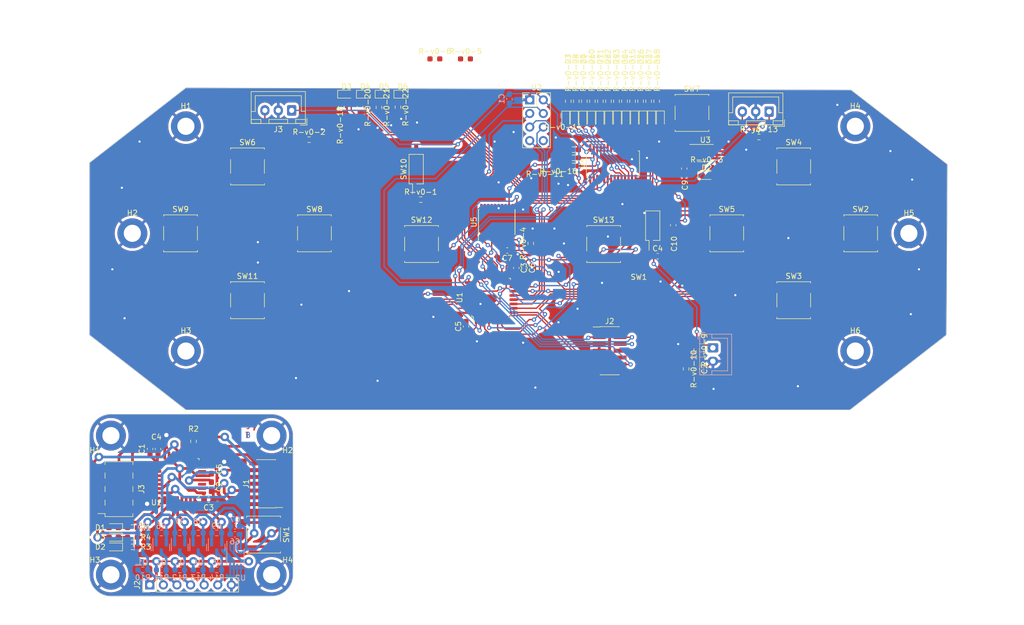
<source format=kicad_pcb>
(kicad_pcb (version 20221018) (generator pcbnew)
  (layers (0 "F.Cu" signal) (31 "B.Cu" signal) (34 "B.Paste" user) (35 "F.Paste" user) (36 "B.SilkS" user "B.Silkscreen") (37 "F.SilkS" user "F.Silkscreen") (38 "B.Mask" user) (39 "F.Mask" user) (44 "Edge.Cuts" user))
  (net 0 "")
  (net 1 "+5V-v1-")
  (net 2 "GND-v1-")
  (net 3 "+3.3V-v1-")
  (net 4 "Net-(D1-K)-v1-")
  (net 6 "Net-(D3-K)-v1-")
  (net 7 "Status_LED-v1-")
  (net 8 "Data_Clock_SNES-v1-")
  (net 9 "Data_Latch_SNES-v1-")
  (net 10 "Net-(D2-K)-v1-")
  (net 11 "Serial_Data1_SNES-v1-")
  (net 12 "Serial_Data2_SNES-v1-")
  (net 13 "SPI_Chip_Select-v1-")
  (net 14 "Chip_Enable-v1-")
  (net 15 "SPI_Digital_Input-v1-")
  (net 16 "SPI_Clock-v1-")
  (net 17 "SPI_Digital_Output-v1-")
  (net 18 "IOBit_SNES-v1-")
  (net 19 "Data_Clock_STM32-v1-")
  (net 20 "Data_Latch_STM32-v1-")
  (net 21 "Appairing_Btn-v1-")
  (net 22 "Net-(U2-BP)-v1-")
  (net 23 "SWDIO-v1-")
  (net 24 "SWDCK-v1-")
  (net 27 "NRST-v1-")
  (net 28 "USART2_RX-v1-")
  (net 29 "USART2_TX-v1-")
  (net 30 "Serial_Data1_STM32-v1-")
  (net 31 "IOBit_STM32-v1-")
  (net 32 "Serial_Data2_STM32-v1-")
  (net 46 "POWER-v0-_CHECK-v0-")
  (net 47 "GND-v0-")
  (net 48 "L-v0-i-ion-v0-")
  (net 49 "Net-(U3-BP)-v0-")
  (net 50 "Glob_Alim-v0-")
  (net 51 "Net-(D2-A)-v0-")
  (net 52 "Net-(D3-K)-v0-")
  (net 53 "Net-(D3-A)-v0-")
  (net 54 "Net-(D4-K)-v0-")
  (net 55 "Net-(D4-A)-v0-")
  (net 56 "Net-(D5-K)-v0-")
  (net 57 "Net-(D5-A)-v0-")
  (net 58 "Net-(D6-K)-v0-")
  (net 59 "Net-(D6-A)-v0-")
  (net 60 "Net-(D7-K)-v0-")
  (net 61 "Net-(D7-A)-v0-")
  (net 62 "Net-(D8-K)-v0-")
  (net 63 "Net-(D8-A)-v0-")
  (net 64 "Net-(D9-K)-v0-")
  (net 65 "Net-(D9-A)-v0-")
  (net 66 "Net-(D10-K)-v0-")
  (net 67 "Net-(D10-A)-v0-")
  (net 68 "Net-(D11-K)-v0-")
  (net 69 "Net-(D11-A)-v0-")
  (net 70 "Net-(D12-K)-v0-")
  (net 71 "Net-(D12-A)-v0-")
  (net 72 "Net-(D13-K)-v0-")
  (net 73 "Net-(D13-A)-v0-")
  (net 74 "Net-(D14-K)-v0-")
  (net 75 "Net-(D14-A)-v0-")
  (net 76 "Net-(D15-K)-v0-")
  (net 77 "Net-(D15-A)-v0-")
  (net 78 "Net-(D16-K)-v0-")
  (net 79 "Net-(D16-A)-v0-")
  (net 80 "Net-(D17-K)-v0-")
  (net 81 "Net-(D17-A)-v0-")
  (net 82 "Net-(D18-K)-v0-")
  (net 83 "Net-(D18-A)-v0-")
  (net 86 "SWDIO-v0-")
  (net 87 "SWDCK-v0-")
  (net 91 "R-v0-eset_Buton -v0-")
  (net 92 "USAR-v0-T2_R-v0-X-v0-")
  (net 93 "USAR-v0-T2_TX-v0-")
  (net 94 "NES{slash}SNES_switcher-v0-")
  (net 95 "R-v0-")
  (net 96 "A_Button-v0-")
  (net 97 "B_Button-v0-")
  (net 98 "X_Button-v0-")
  (net 99 "Y_Button-v0-")
  (net 100 "UC_Button-v0-")
  (net 101 "L-v0-C_Button-v0-")
  (net 102 "DIODE_SDA-v0-")
  (net 103 "R-v0-C_Button")
  (net 104 "L-v0-")
  (net 105 "DIODE_CL-v0-K")
  (net 106 "DC_Button-v0-")
  (net 107 "DIODE_OE-v0-")
  (net 108 "ST_Button-v0-")
  (net 109 "SE_Button-v0-")
  (net 110 "Order_Search-v0-")
  (net 111 "R-v0-X{slash}TX")
  (net 112 "Net-(C7-Pad1)-v0-")
  (net 113 "Pin_Clock-v0-")
  (net 114 "Digital_Out_Put-v0-")
  (net 115 "MOSI-v0-")
  (net 116 "GPIO_EX_CL-v0-K")
  (net 119 "GPIO_EX_SER-v0-IAL-v0-_DATA")
  (net 120 "Net-(U3-IN)-v0-")
  (net 121 "CSN_nR-v0-F24")
  (footprint "MountingHole:MountingHole_3.2mm_M3_DIN965_Pad" (layer "F.Cu") (at 4.05 65.05)
    (fp_text reference "H1")
    (fp_text value "MountingHole_Pad")
  )
  (footprint "Connector_PinHeader_1.27mm:PinHeader_2x07_P1.27mm_Vertical_SMD" (layer "F.Cu") (at 33.05 74.05 180)
    (fp_text reference "J1")
    (fp_text value "Conn_02x07_Odd_Even")
  )
  (footprint "R-v0-esistor_SMD:R-v0-_0603_1608Metric_Pad0.98x0.95mm_HandSolder" (layer "F.Cu") (at 111.45 52.5875 -90)
    (fp_text reference "R-v0-10")
    (fp_text value "1M")
  )
  (footprint "L-v0-ED_SMD:L-v0-ED_0603_1608Metric_Pad1.05x0.95mm_HandSolder" (layer "F.Cu") (at 58.55 1.25)
    (fp_text reference "D6")
    (fp_text value "G4")
  )
  (footprint "R-v0-esistor_SMD:R-v0-_0603_1608Metric_Pad0.98x0.95mm_HandSolder" (layer "F.Cu") (at 61.9 20.95)
    (fp_text reference "R-v0-1")
    (fp_text value "1K")
  )
  (footprint "Package_SO:SSOP-20_4.4x6.5mm_P0.65mm" (layer "F.Cu") (at 76.125 25.15 90)
    (fp_text reference "U5")
    (fp_text value "PCF8574TS")
  )
  (footprint "MountingHole:MountingHole_3.2mm_M3_DIN965_Pad" (layer "F.Cu") (at 18.05 7.25)
    (fp_text reference "H1")
    (fp_text value "MountingHole_Pad")
  )
  (footprint "R-v0-esistor_SMD:R-v0-_0603_1608Metric_Pad0.98x0.95mm_HandSolder" (layer "F.Cu") (at 98.45 2.5625 90)
    (fp_text reference "R-v0-29")
    (fp_text value "1K")
  )
  (footprint "L-v0-ED_SMD:L-v0-ED_0603_1608Metric_Pad1.05x0.95mm_HandSolder" (layer "F.Cu") (at 93.775 6.075 -90)
    (fp_text reference "D10")
    (fp_text value "G8")
  )
  (footprint "MountingHole:MountingHole_3.2mm_M3_DIN965_Pad" (layer "F.Cu") (at 34.05 65.05)
    (fp_text reference "H2")
    (fp_text value "MountingHole_Pad")
  )
  (footprint "Connector_PinSocket_2.54mm:PinSocket_2x04_P2.54mm_Vertical_SMD" (layer "F.Cu") (at 5.55 75.05 180)
    (fp_text reference "J3")
    (fp_text value "Conn_01x08_Socket")
  )
  (footprint "R-v0-esistor_SMD:R-v0-_0603_1608Metric_Pad0.98x0.95mm_HandSolder" (layer "F.Cu") (at 50.575 3.75 -90)
    (fp_text reference "R-v0-20")
    (fp_text value "1K")
  )
  (footprint "Button_Switch_SMD:SW_SPST_B3S-1000" (layer "F.Cu") (at 32.55 83.55 180)
    (fp_text reference "SW1")
    (fp_text value "SW_SPST")
  )
  (footprint "Button_Switch_SMD:SW_SPST_B3S-1000" (layer "F.Cu") (at 62.05 29.25)
    (fp_text reference "SW12")
    (fp_text value "SW_Push")
  )
  (footprint "Capacitor_SMD:C_0603_1608Metric_Pad1.08x0.95mm_HandSolder" (layer "F.Cu") (at 22.81 74.6025 90)
    (fp_text reference "C2")
    (fp_text value "100n")
  )
  (footprint "Button_Switch_SMD:SW_SPST_B3S-1000" (layer "F.Cu") (at 119.05 27.25)
    (fp_text reference "SW5")
    (fp_text value "SW_Push")
  )
  (footprint "Connector_PinHeader_1.27mm:PinHeader_2x07_P1.27mm_Vertical_SMD" (layer "F.Cu") (at 97.175 49.19)
    (fp_text reference "J2")
    (fp_text value "Conn_02x07_Odd_Even")
  )
  (footprint "L-v0-ED_SMD:L-v0-ED_0603_1608Metric_Pad1.05x0.95mm_HandSolder" (layer "F.Cu") (at 101.825 6.05 -90)
    (fp_text reference "D15")
    (fp_text value "R-v0-1")
  )
  (footprint "MountingHole:MountingHole_3.2mm_M3_DIN965_Pad" (layer "F.Cu") (at 8.05 27.25)
    (fp_text reference "H2")
    (fp_text value "MountingHole_Pad")
  )
  (footprint "Diode_SMD:D_0603_1608Metric_Pad1.05x0.95mm_HandSolder" (layer "F.Cu") (at 4.56875 85.85 180)
    (fp_text reference "D2")
    (fp_text value "LED_Small")
  )
  (footprint "L-v0-ED_SMD:L-v0-ED_0603_1608Metric_Pad1.05x0.95mm_HandSolder" (layer "F.Cu") (at 98.625 6.05 -90)
    (fp_text reference "D13")
    (fp_text value "O3")
  )
  (footprint "MountingHole:MountingHole_3.2mm_M3_DIN965_Pad" (layer "F.Cu") (at 4.05 91.05)
    (fp_text reference "H3")
    (fp_text value "MountingHole_Pad")
  )
  (footprint "Button_Switch_SMD:SW_SPST_B3S-1000" (layer "F.Cu") (at 112.55 4.75)
    (fp_text reference "SW7")
    (fp_text value "SW_SPST")
  )
  (footprint "R-v0-esistor_SMD:R-v0-_0603_1608Metric_Pad0.98x0.95mm_HandSolder" (layer "F.Cu") (at 113.45 49.05 -90)
    (fp_text reference "R-v0-9")
    (fp_text value "1M")
  )
  (footprint "Capacitor_SMD:C_0603_1608Metric_Pad1.08x0.95mm_HandSolder" (layer "F.Cu") (at 106.145 31.52)
    (fp_text reference "C4")
    (fp_text value "1u")
  )
  (footprint "R-v0-esistor_SMD:R-v0-_0603_1608Metric_Pad0.98x0.95mm_HandSolder" (layer "F.Cu") (at 102.95 2.5625 90)
    (fp_text reference "R-v0-32")
    (fp_text value "1K")
  )
  (footprint "Package_QFP:LQFP-32_7x7mm_P0.8mm" (layer "F.Cu") (at 16.9 72.95 180)
    (fp_text reference "U1")
    (fp_text value "STM32L412KBTx")
  )
  (footprint "Capacitor_SMD:C_0603_1608Metric_Pad1.08x0.95mm_HandSolder" (layer "F.Cu") (at 70.352 44.644 90)
    (fp_text reference "C5")
    (fp_text value "100n")
  )
  (footprint "Capacitor_SMD:C_0603_1608Metric_Pad1.08x0.95mm_HandSolder" (layer "F.Cu") (at 22.3025 76.99)
    (fp_text reference "C3")
    (fp_text value "100n")
  )
  (footprint "L-v0-ED_SMD:L-v0-ED_0603_1608Metric_Pad1.05x0.95mm_HandSolder" (layer "F.Cu") (at 48.05 1.25)
    (fp_text reference "D3")
    (fp_text value "G1")
  )
  (footprint "Resistor_SMD:R_0603_1608Metric_Pad0.98x0.95mm_HandSolder" (layer "F.Cu") (at 8.06875 84.05)
    (fp_text reference "R4")
    (fp_text value "1k")
  )
  (footprint "R-v0-esistor_SMD:R-v0-_0603_1608Metric_Pad0.98x0.95mm_HandSolder" (layer "F.Cu") (at 105.95 2.5625 90)
    (fp_text reference "R-v0-34")
    (fp_text value "1K")
  )
  (footprint "L-v0-ED_SMD:L-v0-ED_0603_1608Metric_Pad1.05x0.95mm_HandSolder" (layer "F.Cu") (at 115.31 16.45)
    (fp_text reference "D2")
    (fp_text value "L-v0-ED_Small")
  )
  (footprint "Connector_JST:JST_XH_B3B-XH-A_1x03_P2.50mm_Vertical" (layer "F.Cu") (at 126.954 4.512 180)
    (fp_text reference "J4")
    (fp_text value "Conn_01x03")
  )
  (footprint "R-v0-esistor_SMD:R-v0-_0603_1608Metric_Pad0.98x0.95mm_HandSolder" (layer "F.Cu") (at 47.075 3.725 -90)
    (fp_text reference "R-v0-18")
    (fp_text value "1K")
  )
  (footprint "L-v0-ED_SMD:L-v0-ED_0603_1608Metric_Pad1.05x0.95mm_HandSolder" (layer "F.Cu") (at 106.65 6.05 -90)
    (fp_text reference "D18")
    (fp_text value "R-v0-4")
  )
  (footprint "Capacitor_SMD:C_0603_1608Metric_Pad1.08x0.95mm_HandSolder" (layer "F.Cu") (at 79.75 33.722 -90)
    (fp_text reference "C3")
    (fp_text value "100n")
  )
  (footprint "L-v0-ED_SMD:L-v0-ED_0603_1608Metric_Pad1.05x0.95mm_HandSolder" (layer "F.Cu") (at 55.05 1.25)
    (fp_text reference "D5")
    (fp_text value "G3")
  )
  (footprint "Button_Switch_SMD:SW_SPST_B3S-1000" (layer "F.Cu") (at 42.05 27.25)
    (fp_text reference "SW8")
    (fp_text value "SW_Push")
  )
  (footprint "MountingHole:MountingHole_3.2mm_M3_DIN965_Pad" (layer "F.Cu") (at 143.05 7.25)
    (fp_text reference "H4")
    (fp_text value "MountingHole_Pad")
  )
  (footprint "L-v0-ED_SMD:L-v0-ED_0603_1608Metric_Pad1.05x0.95mm_HandSolder" (layer "F.Cu") (at 95.375 6.075 -90)
    (fp_text reference "D11")
    (fp_text value "O1")
  )
  (footprint "R-v0-esistor_SMD:R-v0-_0603_1608Metric_Pad0.98x0.95mm_HandSolder" (layer "F.Cu") (at 99.95 2.5625 90)
    (fp_text reference "R-v0-30")
    (fp_text value "1K")
  )
  (footprint "Connector_PinHeader_2.54mm:PinHeader_2x04_P2.54mm_Vertical" (layer "F.Cu") (at 82.25 2.31)
    (fp_text reference "U2")
    (fp_text value "nR-v0-F24_Full")
  )
  (footprint "Resistor_SMD:R_0603_1608Metric_Pad0.98x0.95mm_HandSolder" (layer "F.Cu") (at 19.47 66.12 90)
    (fp_text reference "R2")
    (fp_text value "10k")
  )
  (footprint "Capacitor_SMD:C_0603_1608Metric_Pad1.08x0.95mm_HandSolder" (layer "F.Cu") (at 111.1 15.15 -90)
    (fp_text reference "C9")
    (fp_text value "470p")
  )
  (footprint "R-v0-esistor_SMD:R-v0-_0603_1608Metric_Pad0.98x0.95mm_HandSolder" (layer "F.Cu") (at 90.418 13.148 180)
    (fp_text reference "R-v0-11")
    (fp_text value "10K")
  )
  (footprint "Capacitor_SMD:C_0603_1608Metric_Pad1.08x0.95mm_HandSolder" (layer "F.Cu") (at 113.45 52.5875 -90)
    (fp_text reference "C2")
    (fp_text value "1nF")
  )
  (footprint "R-v0-esistor_SMD:R-v0-_0603_1608Metric_Pad0.98x0.95mm_HandSolder" (layer "F.Cu") (at 93.95 2.5625 90)
    (fp_text reference "R-v0-26")
    (fp_text value "1K")
  )
  (footprint "Capacitor_SMD:C_0603_1608Metric_Pad1.08x0.95mm_HandSolder" (layer "F.Cu") (at 12.85 67.55 90)
    (fp_text reference "C4")
    (fp_text value "100n")
  )
  (footprint "Button_Switch_SMD:SW_SPST_B3S-1000" (layer "F.Cu") (at 17.05 27.25)
    (fp_text reference "SW9")
    (fp_text value "SW_Push")
  )
  (footprint "Resistor_SMD:R_0603_1608Metric_Pad0.98x0.95mm_HandSolder" (layer "F.Cu") (at 8.06875 85.85)
    (fp_text reference "R3")
    (fp_text value "1k")
  )
  (footprint "L-v0-ED_SMD:L-v0-ED_0603_1608Metric_Pad1.05x0.95mm_HandSolder" (layer "F.Cu") (at 103.425 6.05 -90)
    (fp_text reference "D16")
    (fp_text value "R-v0-2")
  )
  (footprint "L-v0-ED_SMD:L-v0-ED_0603_1608Metric_Pad1.05x0.95mm_HandSolder" (layer "F.Cu") (at 51.55 1.25)
    (fp_text reference "D4")
    (fp_text value "G2")
  )
  (footprint "Button_Switch_SMD:SW_SPST_B3S-1000" (layer "F.Cu") (at 131.55 39.75)
    (fp_text reference "SW3")
    (fp_text value "SW_Push")
  )
  (footprint "R-v0-esistor_SMD:R-v0-_0603_1608Metric_Pad0.98x0.95mm_HandSolder" (layer "F.Cu") (at 64.5375 -5.35)
    (fp_text reference "R-v0-6")
    (fp_text value "1K")
  )
  (footprint "Diode_SMD:D_0603_1608Metric_Pad1.05x0.95mm_HandSolder" (layer "F.Cu") (at 4.56875 84.05 180)
    (fp_text reference "D3")
    (fp_text value "LED")
  )
  (footprint "Button_Switch_SMD:SW_DIP_SPSTx01_Slide_Copal_CHS-01B_W7.62mm_P1.27mm" (layer "F.Cu") (at 61.05 15.25 90)
    (fp_text reference "SW10")
    (fp_text value "SW_DIP_x01")
  )
  (footprint "MountingHole:MountingHole_3.2mm_M3_DIN965_Pad" (layer "F.Cu") (at 143.05 49.25)
    (fp_text reference "H6")
    (fp_text value "MountingHole_Pad")
  )
  (footprint "Button_Switch_SMD:SW_SPST_B3S-1000" (layer "F.Cu") (at 29.55 39.75)
    (fp_text reference "SW11")
    (fp_text value "SW_Push")
  )
  (footprint "R-v0-esistor_SMD:R-v0-_0603_1608Metric_Pad0.98x0.95mm_HandSolder" (layer "F.Cu") (at 90.418 14.672)
    (fp_text reference "R-v0-14")
    (fp_text value "10K")
  )
  (footprint "R-v0-esistor_SMD:R-v0-_0603_1608Metric_Pad0.98x0.95mm_HandSolder" (layer "F.Cu") (at 115.31 14.926)
    (fp_text reference "R-v0-3")
    (fp_text value "1K")
  )
  (footprint "L-v0-ED_SMD:L-v0-ED_0603_1608Metric_Pad1.05x0.95mm_HandSolder" (layer "F.Cu") (at 100.225 6.05 -90)
    (fp_text reference "D14")
    (fp_text value "O4")
  )
  (footprint "R-v0-esistor_SMD:R-v0-_0603_1608Metric_Pad0.98x0.95mm_HandSolder" (layer "F.Cu") (at 82.45 29.1375 90)
    (fp_text reference "R-v0-4")
    (fp_text value "10k")
  )
  (footprint "Diode_SMD:D_0603_1608Metric_Pad1.05x0.95mm_HandSolder" (layer "F.Cu") (at 4.56875 82.25 180)
    (fp_text reference "D1")
    (fp_text value "LED_Small")
  )
  (footprint "Capacitor_SMD:C_0603_1608Metric_Pad1.08x0.95mm_HandSolder" (layer "F.Cu") (at 81.274 33.722 -90)
    (fp_text reference "C6")
    (fp_text value "10u")
  )
  (footprint "R-v0-esistor_SMD:R-v0-_0603_1608Metric_Pad0.98x0.95mm_HandSolder" (layer "F.Cu") (at 90.418 11.624 180)
    (fp_text reference "R-v0-16")
    (fp_text value "10K")
  )
  (footprint "MountingHole:MountingHole_3.2mm_M3_DIN965_Pad" (layer "F.Cu") (at 34.05 91.05)
    (fp_text reference "H4")
    (fp_text value "MountingHole_Pad")
  )
  (footprint "Capacitor_SMD:C_0603_1608Metric_Pad1.08x0.95mm_HandSolder" (layer "F.Cu") (at 109.045 25.7325 -90)
    (fp_text reference "C10")
    (fp_text value "100nF")
  )
  (footprint "R-v0-esistor_SMD:R-v0-_0603_1608Metric_Pad0.98x0.95mm_HandSolder" (layer "F.Cu") (at 92.45 2.5625 90)
    (fp_text reference "R-v0-25")
    (fp_text value "1K")
  )
  (footprint "R-v0-esistor_SMD:R-v0-_0603_1608Metric_Pad0.98x0.95mm_HandSolder" (layer "F.Cu") (at 54.1 3.725 -90)
    (fp_text reference "R-v0-21")
    (fp_text value "1K")
  )
  (footprint "R-v0-esistor_SMD:R-v0-_0603_1608Metric_Pad0.98x0.95mm_HandSolder" (layer "F.Cu") (at 70.25 -5.35)
    (fp_text reference "R-v0-5")
    (fp_text value "1K")
  )
  (footprint "R-v0-esistor_SMD:R-v0-_0603_1608Metric_Pad0.98x0.95mm_HandSolder" (layer "F.Cu") (at 96.95 2.5625 90)
    (fp_text reference "R-v0-28")
    (fp_text value "1K")
  )
  (footprint "Capacitor_SMD:C_0603_1608Metric_Pad1.08x0.95mm_HandSolder" (layer "F.Cu") (at 22.81 71.3 90)
    (fp_text reference "C5")
    (fp_text value "100n")
  )
  (footprint "MountingHole:MountingHole_3.2mm_M3_DIN965_Pad" (layer "F.Cu") (at 153.05 27.25)
    (fp_text reference "H5")
    (fp_text value "MountingHole_Pad")
  )
  (footprint "R-v0-esistor_SMD:R-v0-_0603_1608Metric_Pad0.98x0.95mm_HandSolder" (layer "F.Cu") (at 90.95 2.5625 90)
    (fp_text reference "R-v0-24")
    (fp_text value "1K")
  )
  (footprint "R-v0-esistor_SMD:R-v0-_0603_1608Metric_Pad0.98x0.95mm_HandSolder" (layer "F.Cu") (at 89.45 2.5625 90)
    (fp_text reference "R-v0-23")
    (fp_text value "1K")
  )
  (footprint "Connector_JST:JST_XH_B3B-XH-A_1x03_P2.50mm_Vertical" (layer "F.Cu") (at 37.8 4.275 180)
    (fp_text reference "J3")
    (fp_text value "Conn_01x03")
  )
  (footprint "R-v0-esistor_SMD:R-v0-_0603_1608Metric_Pad0.98x0.95mm_HandSolder" (layer "F.Cu") (at 95.45 2.5625 90)
    (fp_text reference "R-v0-27")
    (fp_text value "1K")
  )
  (footprint "Package_QFP:L-v0-QFP-32_7x7mm_P0.8mm" (layer "F.Cu") (at 75.05 39.25 90)
    (fp_text reference "U1")
    (fp_text value "STM32L-v0-412KBTx")
  )
  (footprint "Package_SO:TSSOP-28_4.4x9.7mm_P0.65mm" (layer "F.Cu") (at 97.784 14.164 90)
    (fp_text reference "U4")
    (fp_text value "PCA9685PW")
  )
  (footprint "L-v0-ED_SMD:L-v0-ED_0603_1608Metric_Pad1.05x0.95mm_HandSolder" (layer "F.Cu") (at 105.025 6.05 -90)
    (fp_text reference "D17")
    (fp_text value "R-v0-3")
  )
  (footprint "L-v0-ED_SMD:L-v0-ED_0603_1608Metric_Pad1.05x0.95mm_HandSolder" (layer "F.Cu") (at 88.975 6.075 -90)
    (fp_text reference "D7")
    (fp_text value "G5")
  )
  (footprint "MountingHole:MountingHole_3.2mm_M3_DIN965_Pad" (layer "F.Cu") (at 18.05 49.25)
    (fp_text reference "H3")
    (fp_text value "MountingHole_Pad")
  )
  (footprint "Button_Switch_SMD:SW_DIP_SPSTx01_Slide_Copal_CHS-01B_W7.62mm_P1.27mm" (layer "F.Cu") (at 105.22 25.82 90)
    (fp_text reference "SW1")
    (fp_text value "SW_DIP_x01")
  )
  (footprint "Capacitor_SMD:C_0603_1608Metric_Pad1.08x0.95mm_HandSolder" (layer "F.Cu") (at 78.05 30.45 180)
    (fp_text reference "C7")
    (fp_text value "100µF")
  )
  (footprint "R-v0-esistor_SMD:R-v0-_0603_1608Metric_Pad0.98x0.95mm_HandSolder" (layer "F.Cu") (at 125.05 9.25)
    (fp_text reference "R-v0-13")
    (fp_text value "1K")
  )
  (footprint "Resistor_SMD:R_0603_1608Metric_Pad0.98x0.95mm_HandSolder" (layer "F.Cu") (at 8.06875 82.25)
    (fp_text reference "R1")
    (fp_text value "1k")
  )
  (footprint "L-v0-ED_SMD:L-v0-ED_0603_1608Metric_Pad1.05x0.95mm_HandSolder" (layer "F.Cu") (at 92.175 6.075 -90)
    (fp_text reference "D9")
    (fp_text value "G7")
  )
  (footprint "Button_Switch_SMD:SW_SPST_B3S-1000" (layer "F.Cu") (at 131.55 14.75)
    (fp_text reference "SW4")
    (fp_text value "SW_Push")
  )
  (footprint "R-v0-esistor_SMD:R-v0-_0603_1608Metric_Pad0.98x0.95mm_HandSolder" (layer "F.Cu") (at 41.05 9.75)
    (fp_text reference "R-v0-2")
    (fp_text value "1K")
  )
  (footprint "Package_SO:MSOP-8_3x3mm_P0.65mm" (layer "F.Cu") (at 115.05 12.25)
    (fp_text reference "U3")
    (fp_text value "MIC5219-3.3YMM")
  )
  (footprint "Capacitor_SMD:C_0603_1608Metric_Pad1.08x0.95mm_HandSolder" (layer "F.Cu") (at 11.35 67.55 90)
    (fp_text reference "C1")
    (fp_text value "10u")
  )
  (footprint "Button_Switch_SMD:SW_SPST_B3S-1000" (layer "F.Cu") (at 144.05 27.25)
    (fp_text reference "SW2")
    (fp_text value "SW_Push")
  )
  (footprint "Connector_PinHeader_2.54mm:PinHeader_1x07_P2.54mm_Vertical" (layer "F.Cu") (at 11.3 92.95 90)
    (fp_text reference "J2")
    (fp_text value "Conn_01x07_Socket")
  )
  (footprint "R-v0-esistor_SMD:R-v0-_0603_1608Metric_Pad0.98x0.95mm_HandSolder" (layer "F.Cu") (at 57.65 3.675 -90)
    (fp_text reference "R-v0-22")
    (fp_text value "1K")
  )
  (footprint "Button_Switch_SMD:SW_SPST_B3S-1000" (layer "F.Cu") (at 29.55 14.75)
    (fp_text reference "SW6")
    (fp_text value "SW_Push")
  )
  (footprint "R-v0-esistor_SMD:R-v0-_0603_1608Metric_Pad0.98x0.95mm_HandSolder" (layer "F.Cu") (at 104.45 2.5625 90)
    (fp_text reference "R-v0-33")
    (fp_text value "1K")
  )
  (footprint "Button_Switch_SMD:SW_SPST_B3S-1000" (layer "F.Cu") (at 96.05 29.25)
    (fp_text reference "SW13")
    (fp_text value "SW_Push")
  )
  (footprint "L-v0-ED_SMD:L-v0-ED_0603_1608Metric_Pad1.05x0.95mm_HandSolder" (layer "F.Cu") (at 90.575 6.075 -90)
    (fp_text reference "D8")
    (fp_text value "G6")
  )
  (footprint "R-v0-esistor_SMD:R-v0-_0603_1608Metric_Pad0.98x0.95mm_HandSolder" (layer "F.Cu") (at 101.45 2.5625 90)
    (fp_text reference "R-v0-31")
    (fp_text value "1K")
  )
  (footprint "L-v0-ED_SMD:L-v0-ED_0603_1608Metric_Pad1.05x0.95mm_HandSolder" (layer "F.Cu") (at 97 6.0625 -90)
    (fp_text reference "D12")
    (fp_text value "O2")
  )
  (footprint "Package_TO_SOT_SMD:SOT-23" (layer "B.Cu") (at 20.35 85.95 -90)
    (fp_text reference "Q4")
    (fp_text value "2N7002")
  )
  (footprint "Resistor_SMD:R_0603_1608Metric_Pad0.98x0.95mm_HandSolder" (layer "B.Cu") (at 10 83.25)
    (fp_text reference "R5")
    (fp_text value "10k")
  )
  (footprint "Capacitor_SMD:C_0603_1608Metric_Pad1.08x0.95mm_HandSolder" (layer "B.Cu") (at 78.45 2.1125 -90)
    (fp_text reference "C1")
    (fp_text value "100uF")
  )
  (footprint "Package_TO_SOT_SMD:SOT-23" (layer "B.Cu") (at 16.9 85.95 -90)
    (fp_text reference "Q3")
    (fp_text value "2N7002")
  )
  (footprint "Connector_JST:JST_XH_B2B-XH-A_1x02_P2.50mm_Vertical" (layer "B.Cu") (at 116.45 48.65 -90)
    (fp_text reference "J1")
    (fp_text value "Conn_01x02")
  )
  (footprint "Capacitor_SMD:C_0603_1608Metric_Pad1.08x0.95mm_HandSolder" (layer "B.Cu") (at 27.2 82 180)
    (fp_text reference "C7")
    (fp_text value "2.2u")
  )
  (footprint "Resistor_SMD:R_0603_1608Metric_Pad0.98x0.95mm_HandSolder" (layer "B.Cu") (at 13.45 90.15)
    (fp_text reference "R11")
    (fp_text value "10k")
  )
  (footprint "Package_SO:MSOP-8_3x3mm_P0.65mm" (layer "B.Cu") (at 27.3125 87.7 -90)
    (fp_text reference "U2")
    (fp_text value "MIC5219-3.3YMM")
  )
  (footprint "Package_TO_SOT_SMD:SOT-23" (layer "B.Cu") (at 13.45 85.95 -90)
    (fp_text reference "Q2")
    (fp_text value "2N7002")
  )
  (footprint "Package_TO_SOT_SMD:SOT-23" (layer "B.Cu") (at 10 85.95 -90)
    (fp_text reference "Q1")
    (fp_text value "2N7002")
  )
  (footprint "Resistor_SMD:R_0603_1608Metric_Pad0.98x0.95mm_HandSolder" (layer "B.Cu") (at 20.35 90.15)
    (fp_text reference "R13")
    (fp_text value "10k")
  )
  (footprint "Resistor_SMD:R_0603_1608Metric_Pad0.98x0.95mm_HandSolder" (layer "B.Cu") (at 23.8 90.15)
    (fp_text reference "R14")
    (fp_text value "10k")
  )
  (footprint "Package_TO_SOT_SMD:SOT-23" (layer "B.Cu") (at 23.8 85.95 -90)
    (fp_text reference "Q5")
    (fp_text value "2N7002")
  )
  (footprint "Resistor_SMD:R_0603_1608Metric_Pad0.98x0.95mm_HandSolder" (layer "B.Cu") (at 13.45 83.25)
    (fp_text reference "R6")
    (fp_text value "10k")
  )
  (footprint "Resistor_SMD:R_0603_1608Metric_Pad0.98x0.95mm_HandSolder" (layer "B.Cu") (at 16.9 90.15)
    (fp_text reference "R12")
    (fp_text value "10k")
  )
  (footprint "Resistor_SMD:R_0603_1608Metric_Pad0.98x0.95mm_HandSolder" (layer "B.Cu") (at 23.8 83.25)
    (fp_text reference "R9")
    (fp_text value "10k")
  )
  (footprint "Resistor_SMD:R_0603_1608Metric_Pad0.98x0.95mm_HandSolder" (layer "B.Cu") (at 16.9 83.25)
    (fp_text reference "R7")
    (fp_text value "10k")
  )
  (footprint "Resistor_SMD:R_0603_1608Metric_Pad0.98x0.95mm_HandSolder" (layer "B.Cu") (at 20.35 83.25)
    (fp_text reference "R8")
    (fp_text value "10k")
  )
  (footprint "Resistor_SMD:R_0603_1608Metric_Pad0.98x0.95mm_HandSolder" (layer "B.Cu") (at 10 90.15)
    (fp_text reference "R10")
    (fp_text value "10k")
  )
  (footprint "Capacitor_SMD:C_0603_1608Metric_Pad1.08x0.95mm_HandSolder" (layer "B.Cu") (at 27.2 83.5 180)
    (fp_text reference "C6")
    (fp_text value "470p")
  )
  (gr_line (start 18.05 0.05) (end 142.25 0.45) (stroke (width 0.1)) (layer "Edge.Cuts"))
  (gr_line (start 0.05 14.05) (end 18.05 0.05) (stroke (width 0.1)) (layer "Edge.Cuts"))
  (gr_line (start 142.05 60.25) (end 18.05 60.25) (stroke (width 0.1)) (layer "Edge.Cuts"))
  (gr_line (start 4.05 61.05) (end 34.05 61.05) (stroke (width 0.1)) (layer "Edge.Cuts"))
  (gr_line (start 34.05 95.05) (end 4.05 95.05) (stroke (width 0.1)) (layer "Edge.Cuts"))
  (gr_line (start 142.25 0.45) (end 160.25 14.35) (stroke (width 0.1)) (layer "Edge.Cuts"))
  (gr_line (start 18.05 60.25) (end 0.05 46.25) (stroke (width 0.1)) (layer "Edge.Cuts"))
  (gr_arc (start 0.05 65.05) (mid 1.221573 62.221573) (end 4.05 61.05) (stroke (width 0.1)) (layer "Edge.Cuts"))
  (gr_line (start 0.05 91.05) (end 0.05 65.05) (stroke (width 0.1)) (layer "Edge.Cuts"))
  (gr_arc (start 38.05 91.05) (mid 36.878427 93.878427) (end 34.05 95.05) (stroke (width 0.1)) (layer "Edge.Cuts"))
  (gr_arc (start 4.05 95.05) (mid 1.221573 93.878427) (end 0.05 91.05) (stroke (width 0.1)) (layer "Edge.Cuts"))
  (gr_line (start 160.25 14.35) (end 160.05 46.25) (stroke (width 0.1)) (layer "Edge.Cuts"))
  (gr_line (start 0.05 46.25) (end 0.05 14.05) (stroke (width 0.1)) (layer "Edge.Cuts"))
  (gr_line (start 160.05 46.25) (end 142.05 60.25) (stroke (width 0.1)) (layer "Edge.Cuts"))
  (gr_line (start 38.05 65.05) (end 38.05 91.05) (stroke (width 0.1)) (layer "Edge.Cuts"))
  (gr_arc (start 34.05 61.05) (mid 36.878427 62.221573) (end 38.05 65.05) (stroke (width 0.1)) (layer "Edge.Cuts"))
  (gr_text "T" (at 29.05 65.55) (layer "F.Cu") (effects (font (size 1 1)) (justify left bottom)))
  (gr_text "SNES Plug" (at 22.05 63.55) (layer "F.Cu") (effects (font (size 1 1)) (justify left bottom)))
  (gr_text "B" (at 29.05 65.55) (layer "B.Cu") (effects (font (size 1 1)) (justify left bottom)))
  (segment (start 7.8 88.55) (end 12.5375 88.55) (width 0.5) (layer "F.Cu") (net 1))
  (segment (start 6.55 87.3) (end 7.8 88.55) (width 0.5) (layer "F.Cu") (net 1))
  (segment (start 12.5375 88.55) (end 12.5375 91.7125) (width 0.5) (layer "F.Cu") (net 1))
  (segment (start 3.69375 85.85) (end 3.69375 85.884561) (width 0.5) (layer "F.Cu") (net 1))
  (segment (start 19.4375 88.55) (end 22.8875 88.55) (width 0.5) (layer "F.Cu") (net 1))
  (segment (start 19.4375 88.55) (end 15.9875 88.55) (width 0.5) (layer "F.Cu") (net 1))
  (segment (start 12.5375 91.7125) (end 11.3 92.95) (width 0.5) (layer "F.Cu") (net 1))
  (segment (start 3.69375 85.884561) (end 5.109189 87.3) (width 0.5) (layer "F.Cu") (net 1))
  (segment (start 22.8875 88.55) (end 29.8 88.55) (width 0.5) (layer "F.Cu") (net 1))
  (segment (start 5.109189 87.3) (end 6.55 87.3) (width 0.5) (layer "F.Cu") (net 1))
  (segment (start 12.5375 88.55) (end 15.9875 88.55) (width 0.3) (layer "F.Cu") (net 1))
  (via (at 15.9875 88.55) (size 1.6) (drill 0.8) (layers "F.Cu" "B.Cu") (net 1))
  (via (at 12.5375 88.55) (size 1.6) (drill 0.8) (layers "F.Cu" "B.Cu") (net 1))
  (via (at 19.4375 88.55) (size 1.6) (drill 0.8) (layers "F.Cu" "B.Cu") (net 1))
  (via (at 29.8 88.55) (size 1.6) (drill 0.8) (layers "F.Cu" "B.Cu") (net 1))
  (via (at 22.8875 88.55) (size 1.6) (drill 0.8) (layers "F.Cu" "B.Cu") (net 1))
  (segment (start 28.406739 88.45) (end 26.9875 87.030761) (width 0.5) (layer "B.Cu") (net 1))
  (segment (start 12.5375 90.15) (end 12.5375 88.55) (width 0.5) (layer "B.Cu") (net 1))
  (segment (start 22.8875 88.55) (end 22.8875 90.15) (width 0.5) (layer "B.Cu") (net 1))
  (segment (start 11.3 92.95) (end 11.3 92.3625) (width 0.5) (layer "B.Cu") (net 1))
  (segment (start 26.9875 85.5875) (end 26.9875 87.030761) (width 0.3) (layer "B.Cu") (net 1))
  (segment (start 26.3375 85.5875) (end 26.3375 86.380761) (width 0.3) (layer "B.Cu") (net 1))
  (segment (start 29.7 88.45) (end 28.406739 88.45) (width 0.5) (layer "B.Cu") (net 1))
  (segment (start 19.4375 88.55) (end 19.4375 90.15) (width 0.5) (layer "B.Cu") (net 1))
  (segment (start 11.3 92.3625) (end 9.0875 90.15) (width 0.5) (layer "B.Cu") (net 1))
  (segment (start 15.9875 88.55) (end 15.9875 90.15) (width 0.5) (layer "B.Cu") (net 1))
  (segment (start 26.3375 86.380761) (end 26.9875 87.030761) (width 0.3) (layer "B.Cu") (net 1))
  (segment (start 29.8 88.55) (end 29.7 88.45) (width 0.5) (layer "B.Cu") (net 1))
  (segment (start 23.835 71.4625) (end 22.81 70.4375) (width 0.5) (layer "F.Cu") (net 2))
  (segment (start 24.711689 70.4375) (end 22.81 70.4375) (width 0.5) (layer "F.Cu") (net 2))
  (segment (start 23.835 74.366193) (end 23.835 71.4625) (width 0.5) (layer "F.Cu") (net 2))
  (segment (start 20.59 78.015) (end 22.14 78.015) (width 0.5) (layer "F.Cu") (net 2))
  (segment (start 9.74 78.86) (end 8.07 78.86) (width 0.5) (layer "F.Cu") (net 2))
  (segment (start 22.81 75.391193) (end 23.835 74.366193) (width 0.5) (layer "F.Cu") (net 2))
  (segment (start 12.85 66.5) (end 14.4 64.95) (width 0.5) (layer "F.Cu") (net 2))
  (segment (start 14.4 64.95) (end 14.1 65.25) (width 0.5) (layer "F.Cu") (net 2))
  (segment (start 22.14 78.015) (end 23.165 76.99) (width 0.5) (layer "F.Cu") (net 2))
  (segment (start 25.199189 69.95) (end 24.711689 70.4375) (width 0.5) (layer "F.Cu") (net 2))
  (segment (start 12.85 66.6875) (end 12.85 66.5) (width 0.5) (layer "F.Cu") (net 2))
  (segment (start 23.165 75.82) (end 22.81 75.465) (width 0.5) (layer "F.Cu") (net 2))
  (segment (start 14.1 65.25) (end 14.1 68.775) (width 0.5) (layer "F.Cu") (net 2))
  (segment (start 19.7 77.125) (end 20.59 78.015) (width 0.5) (layer "F.Cu") (net 2))
  (segment (start 22.81 75.465) (end 22.81 75.391193) (width 0.5) (layer "F.Cu") (net 2))
  (segment (start 10.8 77.8) (end 9.74 78.86) (width 0.5) (layer "F.Cu") (net 2))
  (segment (start 23.165 76.99) (end 23.165 75.82) (width 0.5) (layer "F.Cu") (net 2))
  (segment (start 11.35 66.6875) (end 12.85 66.6875) (width 0.5) (layer "F.Cu") (net 2))
  (via (at 25.199189 69.95) (size 1.6) (drill 0.8) (layers "F.Cu" "B.Cu") (net 2))
  (via (at 14.4 64.95) (size 1.6) (drill 0.8) (layers "F.Cu" "B.Cu") (net 2))
  (via (at 26.3375 79.95) (size 1.6) (drill 0.8) (layers "F.Cu" "B.Cu") (net 2))
  (via (at 10.8 77.8) (size 1.6) (drill 0.8) (layers "F.Cu" "B.Cu") (net 2))
  (segment (start 25.199189 69.95) (end 22.45 69.95) (width 0.5) (layer "B.Cu") (net 2))
  (segment (start 22.45 69.95) (end 17.45 64.95) (width 0.5) (layer "B.Cu") (net 2))
  (segment (start 17.45 64.95) (end 14.4 64.95) (width 0.5) (layer "B.Cu") (net 2))
  (segment (start 26.3375 79.9875) (end 26.3 79.95) (width 0.5) (layer "B.Cu") (net 2))
  (segment (start 26.3375 82) (end 26.3375 83.5) (width 0.5) (layer "B.Cu") (net 2))
  (segment (start 26.3375 82) (end 26.3375 79.95) (width 0.5) (layer "B.Cu") (net 2))
  (segment (start 11.35 68.775) (end 12.725 70.15) (width 0.5) (layer "F.Cu") (net 3))
  (segment (start 1.55 80.34) (end 3.03 78.86) (width 0.5) (layer "F.Cu") (net 3))
  (segment (start 3.69375 84.05) (end 1.55 84.05) (width 0.5) (layer "F.Cu") (net 3))
  (segment (start 34.525 83.3) (end 36.525 81.3) (width 0.5) (layer "F.Cu") (net 3))
  (segment (start 34.05 83.3) (end 34.525 83.3) (width 0.5) (layer "F.Cu") (net 3))
  (segment (start 28.575 81.3) (end 36.525 81.3) (width 0.5) (layer "F.Cu") (net 3))
  (segment (start 18.7 71.2) (end 16.9 71.2) (width 0.5) (layer "F.Cu") (net 3))
  (segment (start 19.720406 75.3) (end 18.590811 75.3) (width 0.5) (layer "F.Cu") (net 3))
  (segment (start 18.590811 75.3) (end 16.9 73.609189) (width 0.5) (layer "F.Cu") (net 3))
  (segment (start 15.85 70.15) (end 12.725 70.15) (width 0.5) (layer "F.Cu") (net 3))
  (segment (start 22.81 72.1625) (end 22.4225 72.55) (width 0.5) (layer "F.Cu") (net 3))
  (segment (start 21.075 72.55) (end 20.05 72.55) (width 0.5) (layer "F.Cu") (net 3))
  (segment (start 11.35 68.4125) (end 11.35 68.775) (width 0.5) (layer "F.Cu") (net 3))
  (segment (start 21.44 76.99) (end 21.44 76.115) (width 0.5) (layer "F.Cu") (net 3))
  (segment (start 20.170406 75.75) (end 19.720406 75.3) (width 0.5) (layer "F.Cu") (net 3))
  (segment (start 36.7 76.59) (end 37.05 76.94) (width 0.5) (layer "F.Cu") (net 3))
  (segment (start 21.075 75.75) (end 20.170406 75.75) (width 0.5) (layer "F.Cu") (net 3))
  (segment (start 16.9 73.609189) (end 16.9 71.2) (width 0.5) (layer "F.Cu") (net 3))
  (segment (start 1.55 84.05) (end 1.55 80.34) (width 0.5) (layer "F.Cu") (net 3))
  (segment (start 12.725 68.5375) (end 12.85 68.4125) (width 0.5) (layer "F.Cu") (net 3))
  (segment (start 22.4225 72.55) (end 21.075 72.55) (width 0.5) (layer "F.Cu") (net 3))
  (segment (start 37.05 80.775) (end 37.05 76.94) (width 0.5) (layer "F.Cu") (net 3))
  (segment (start 16.9 71.2) (end 15.85 70.15) (width 0.5) (layer "F.Cu") (net 3))
  (segment (start 36.525 81.3) (end 37.05 80.775) (width 0.5) (layer "F.Cu") (net 3))
  (segment (start 21.44 76.115) (end 21.075 75.75) (width 0.5) (layer "F.Cu") (net 3))
  (segment (start 12.725 70.15) (end 12.725 68.5375) (width 0.5) (layer "F.Cu") (net 3))
  (segment (start 20.05 72.55) (end 18.7 71.2) (width 0.5) (layer "F.Cu") (net 3))
  (segment (start 35 76.59) (end 36.7 76.59) (width 0.5) (layer "F.Cu") (net 3))
  (via (at 34.05 83.3) (size 1.6) (drill 0.8) (layers "F.Cu" "B.Cu") (net 3))
  (via (at 1.55 84.05) (size 1.6) (drill 0.8) (layers "F.Cu" "B.Cu") (net 3))
  (via (at 16.9 71.2) (size 1.6) (drill 0.8) (layers "F.Cu" "B.Cu") (net 3))
  (segment (start 12.5 83.2875) (end 12.5375 83.25) (width 0.5) (layer "B.Cu") (net 3))
  (segment (start 21.821689 79.85) (end 20.503311 79.85) (width 0.5) (layer "B.Cu") (net 3))
  (segment (start 27.6375 85.5875) (end 27.6375 86.527817) (width 0.3) (layer "B.Cu") (net 3))
  (segment (start 9.05 85.0125) (end 9.05 83.2875) (width 0.5) (layer "B.Cu") (net 3))
  (segment (start 2.35 83.25) (end 9.0875 83.25) (width 0.5) (layer "B.Cu") (net 3))
  (segment (start 29.3 82.55) (end 28.75 82) (width 0.5) (layer "B.Cu") (net 3))
  (segment (start 18.371689 79.85) (end 19.4375 80.915811) (width 0.5) (layer "B.Cu") (net 3))
  (segment (start 10.353311 79.85) (end 11.471689 79.85) (width 0.5) (layer "B.Cu") (net 3))
  (segment (start 13.603311 72.246689) (end 13.603311 79.85) (width 0.5) (layer "B.Cu") (net 3))
  (segment (start 9.05 83.2875) (end 9.0875 83.25) (width 0.5) (layer "B.Cu") (net 3))
  (segment (start 9.0875 83.25) (end 9.0875 81.115811) (width 0.5) (layer "B.Cu") (net 3))
  (segment (start 27.6375 86.527817) (end 28.059683 86.95) (width 0.3) (layer "B.Cu") (net 3))
  (segment (start 1.55 84.05) (end 2.35 83.25) (width 0.5) (layer "B.Cu") (net 3))
  (segment (start 26.896689 78.6) (end 25.203311 78.6) (width 0.5) (layer "B.Cu") (net 3))
  (segment (start 15.9875 80.915811) (end 14.921689 79.85) (width 0.5) (layer "B.Cu") (net 3))
  (segment (start 28.0625 82) (end 28.0625 79.765811) (width 0.5) (layer "B.Cu") (net 3))
  (segment (start 25.203311 78.6) (end 22.8875 80.915811) (width 0.5) (layer "B.Cu") (net 3))
  (segment (start 14.921689 79.85) (end 13.603311 79.85) (width 0.5) (layer "B.Cu") (net 3))
  (segment (start 16.9 71.2) (end 14.65 71.2) (width 0.5) (layer "B.Cu") (net 3))
  (segment (start 29.3 86.306739) (end 28.656739 86.95) (width 0.5) (layer "B.Cu") (net 3))
  (segment (start 11.471689 79.85) (end 12.5375 80.915811) (width 0.5) (layer "B.Cu") (net 3))
  (segment (start 28.656739 86.95) (end 28.059683 86.95) (width 0.5) (layer "B.Cu") (net 3))
  (segment (start 19.4375 80.915811) (end 19.4375 83.25) (width 0.5) (layer "B.Cu") (net 3))
  (segment (start 20.503311 79.85) (end 19.4375 80.915811) (width 0.5) (layer "B.Cu") (net 3))
  (segment (start 19.4 83.2875) (end 19.4375 83.25) (width 0.5) (layer "B.Cu") (net 3))
  (segment (start 14.65 71.2) (end 13.603311 72.246689) (width 0.5) (layer "B.Cu") (net 3))
  (segment (start 17.053311 79.85) (end 18.371689 79.85) (width 0.5) (layer "B.Cu") (net 3))
  (segment (start 22.85 85.0125) (end 22.85 83.2875) (width 0.5) (layer "B.Cu") (net 3))
  (segment (start 31.043261 86.306739) (end 34.05 83.3) (width 0.5) (layer "B.Cu") (net 3))
  (segment (start 28.0625 79.765811) (end 26.896689 78.6) (width 0.5) (layer "B.Cu") (net 3))
  (segment (start 9.0875 81.115811) (end 10.353311 79.85) (width 0.5) (layer "B.Cu") (net 3))
  (segment (start 12.5375 80.915811) (end 12.5375 83.25) (width 0.5) (layer "B.Cu") (net 3))
  (segment (start 13.603311 79.85) (end 12.5375 80.915811) (width 0.5) (layer "B.Cu") (net 3))
  (segment (start 15.9875 80.915811) (end 17.053311 79.85) (width 0.5) (layer "B.Cu") (net 3))
  (segment (start 22.85 83.2875) (end 22.8875 83.25) (width 0.5) (layer "B.Cu") (net 3))
  (segment (start 15.95 85.0125) (end 15.95 83.2875) (width 0.5) (layer "B.Cu") (net 3))
  (segment (start 28.75 82) (end 28.0625 82) (width 0.5) (layer "B.Cu") (net 3))
  (segment (start 31.043261 86.306739) (end 29.3 86.306739) (width 0.5) (layer "B.Cu") (net 3))
  (segment (start 22.8875 83.25) (end 22.8875 80.915811) (width 0.5) (layer "B.Cu") (net 3))
  (segment (start 15.95 83.2875) (end 15.9875 83.25) (width 0.5) (layer "B.Cu") (net 3))
  (segment (start 22.8875 80.915811) (end 21.821689 79.85) (width 0.5) (layer "B.Cu") (net 3))
  (segment (start 12.5 85.0125) (end 12.5 83.2875) (width 0.5) (layer "B.Cu") (net 3))
  (segment (start 15.9875 83.25) (end 15.9875 80.915811) (width 0.5) (layer "B.Cu") (net 3))
  (segment (start 19.4 85.0125) (end 19.4 83.2875) (width 0.5) (layer "B.Cu") (net 3))
  (segment (start 29.3 86.306739) (end 29.3 82.55) (width 0.5) (layer "B.Cu") (net 3))
  (segment (start 7.15625 82.25) (end 5.44375 82.25) (width 0.5) (layer "F.Cu") (net 4))
  (segment (start 7.15625 84.05) (end 5.44375 84.05) (width 0.5) (layer "F.Cu") (net 6))
  (segment (start 3.69375 82.25) (end 4.71875 81.225) (width 0.5) (layer "F.Cu") (net 7))
  (segment (start 4.71875 81.225) (end 8.875 81.225) (width 0.5) (layer "F.Cu") (net 7))
  (segment (start 11.425 79.8) (end 14.1 77.125) (width 0.5) (layer "F.Cu") (net 7))
  (segment (start 8.875 81.225) (end 10.3 79.8) (width 0.5) (layer "F.Cu") (net 7))
  (segment (start 10.3 79.8) (end 11.425 79.8) (width 0.5) (layer "F.Cu") (net 7))
  (segment (start 12.3125 91.55) (end 10.9125 90.15) (width 0.5) (layer "B.Cu") (net 8))
  (segment (start 10.9125 87.8) (end 10 86.8875) (width 0.5) (layer "B.Cu") (net 8))
  (segment (start 13.05 91.55) (end 12.3125 91.55) (width 0.5) (layer "B.Cu") (net 8))
  (segment (start 10.9125 90.15) (end 10.9125 87.8) (width 0.5) (layer "B.Cu") (net 8))
  (segment (start 13.84 92.34) (end 13.05 91.55) (width 0.5) (layer "B.Cu") (net 8))
  (segment (start 13.84 92.95) (end 13.84 92.34) (width 0.5) (layer "B.Cu") (net 8))
  (segment (start 14.3625 91.0125) (end 16.3 92.95) (width 0.5) (layer "B.Cu") (net 9))
  (segment (start 14.3625 90.15) (end 14.3625 87.8) (width 0.5) (layer "B.Cu") (net 9))
  (segment (start 14.3625 90.15) (end 14.3625 91.0125) (width 0.5) (layer "B.Cu") (net 9))
  (segment (start 14.3625 87.8) (end 13.45 86.8875) (width 0.5) (layer "B.Cu") (net 9))
  (segment (start 5.44375 85.85) (end 7.15625 85.85) (width 0.5) (layer "F.Cu") (net 10))
  (segment (start 17.8125 90.15) (end 17.8125 87.8) (width 0.5) (layer "B.Cu") (net 11))
  (segment (start 17.8125 90.15) (end 17.8125 91.9625) (width 0.5) (layer "B.Cu") (net 11))
  (segment (start 17.8125 87.8) (end 16.9 86.8875) (width 0.5) (layer "B.Cu") (net 11))
  (segment (start 17.8125 91.9625) (end 18.8 92.95) (width 0.5) (layer "B.Cu") (net 11))
  (segment (start 21.2625 90.15) (end 21.2625 87.8) (width 0.5) (layer "B.Cu") (net 12))
  (segment (start 21.2625 92.9125) (end 21.3 92.95) (width 0.5) (layer "B.Cu") (net 12))
  (segment (start 21.2625 90.15) (end 21.2625 92.9125) (width 0.5) (layer "B.Cu") (net 12))
  (segment (start 21.2625 87.8) (end 20.35 86.8875) (width 0.5) (layer "B.Cu") (net 12))
  (segment (start 12.725 70.95) (end 11.15 70.95) (width 0.5) (layer "F.Cu") (net 13))
  (segment (start 4.3 75.05) (end 3.03 76.32) (width 0.5) (layer "F.Cu") (net 13))
  (segment (start 10.3 71.8) (end 10.3 74.55) (width 0.5) (layer "F.Cu") (net 13))
  (segment (start 10.3 74.55) (end 9.8 75.05) (width 0.5) (layer "F.Cu") (net 13))
  (segment (start 11.15 70.95) (end 10.3 71.8) (width 0.5) (layer "F.Cu") (net 13))
  (segment (start 9.8 75.05) (end 4.3 75.05) (width 0.5) (layer "F.Cu") (net 13))
  (segment (start 11.425 75.425) (end 11.425 72.145406) (width 0.5) (layer "F.Cu") (net 14))
  (segment (start 10.53 76.32) (end 11.425 75.425) (width 0.5) (layer "F.Cu") (net 14))
  (segment (start 8.07 76.32) (end 10.53 76.32) (width 0.5) (layer "F.Cu") (net 14))
  (segment (start 11.820406 71.75) (end 12.725 71.75) (width 0.5) (layer "F.Cu") (net 14))
  (segment (start 11.425 72.145406) (end 11.820406 71.75) (width 0.5) (layer "F.Cu") (net 14))
  (segment (start 15.1 63.6) (end 17.3 65.8) (width 0.5) (layer "F.Cu") (net 15))
  (segment (start 8.07 68.316307) (end 12.786307 63.6) (width 0.5) (layer "F.Cu") (net 15))
  (segment (start 12.786307 63.6) (end 15.1 63.6) (width 0.5) (layer "F.Cu") (net 15))
  (segment (start 8.07 71.24) (end 8.07 68.316307) (width 0.5) (layer "F.Cu") (net 15))
  (segment (start 17.3 65.8) (end 17.3 68.775) (width 0.5) (layer "F.Cu") (net 15))
  (segment (start 5.55 68.8) (end 12.05 62.3) (width 0.5) (layer "F.Cu") (net 16))
  (segment (start 8.07 73.78) (end 7.07 73.78) (width 0.5) (layer "F.Cu") (net 16))
  (segment (start 5.55 72.26) (end 5.55 68.8) (width 0.5) (layer "F.Cu") (net 16))
  (segment (start 16.05 62.3) (end 18.1 64.35) (width 0.5) (layer "F.Cu") (net 16))
  (segment (start 7.07 73.78) (end 5.55 72.26) (width 0.5) (layer "F.Cu") (net 16))
  (segment (start 18.1 64.35) (end 18.1 68.775) (width 0.5) (layer "F.Cu") (net 16))
  (segment (start 12.05 62.3) (end 16.05 62.3) (width 0.5) (layer "F.Cu") (net 16))
  (segment (start 0.98 72.73) (end 0.98 69.87) (width 0.5) (layer "F.Cu") (net 17))
  (segment (start 2.03 73.78) (end 0.98 72.73) (width 0.5) (layer "F.Cu") (net 17))
  (segment (start 0.98 69.87) (end 1.8 69.05) (width 0.5) (layer "F.Cu") (net 17))
  (segment (start 3.03 73.78) (end 2.03 73.78) (width 0.5) (layer "F.Cu") (net 17))
  (segment (start 16.5 67.870406) (end 16.5 68.775) (width 0.5) (layer "F.Cu") (net 17))
  (segment (start 15.9 66.7) (end 15.9 67.270406) (width 0.5) (layer "F.Cu") (net 17))
  (segment (start 15.9 67.270406) (end 16.5 67.870406) (width 0.5) (layer "F.Cu") (net 17))
  (via (at 15.9 66.7) (size 1.6) (drill 0.8) (layers "F.Cu" "B.Cu") (net 17))
  (via (at 1.8 69.05) (size 1.6) (drill 0.8) (layers "F.Cu" "B.Cu") (net 17))
  (segment (start 13.55 69.05) (end 15.9 66.7) (width 0.5) (layer "B.Cu") (net 17))
  (segment (start 1.8 69.05) (end 13.55 69.05) (width 0.5) (layer "B.Cu") (net 17))
  (segment (start 24.7125 87.8) (end 23.8 86.8875) (width 0.5) (layer "B.Cu") (net 18))
  (segment (start 24.7125 90.15) (end 24.7125 87.8) (width 0.5) (layer "B.Cu") (net 18))
  (segment (start 24.7125 90.15) (end 24.7125 92.0375) (width 0.5) (layer "B.Cu") (net 18))
  (segment (start 24.7125 92.0375) (end 23.8 92.95) (width 0.5) (layer "B.Cu") (net 18))
  (segment (start 11.729594 81.2) (end 14.9 78.029594) (width 0.5) (layer "F.Cu") (net 19))
  (segment (start 14.9 78.029594) (end 14.9 77.125) (width 0.5) (layer "F.Cu") (net 19))
  (segment (start 10.9125 81.2) (end 11.729594 81.2) (width 0.5) (layer "F.Cu") (net 19))
  (via (at 10.9125 81.2) (size 1.6) (drill 0.8) (layers "F.Cu" "B.Cu") (net 19))
  (segment (start 10.95 83.2875) (end 10.9125 83.25) (width 0.5) (layer "B.Cu") (net 19))
  (segment (start 10.9125 83.25) (end 10.9125 81.2) (width 0.5) (layer "B.Cu") (net 19))
  (segment (start 10.95 85.0125) (end 10.95 83.2875) (width 0.5) (layer "B.Cu") (net 19))
  (segment (start 14.3625 81.2) (end 15.7 79.8625) (width 0.5) (layer "F.Cu") (net 20))
  (segment (start 15.7 79.8625) (end 15.7 77.125) (width 0.5) (layer "F.Cu") (net 20))
  (via (at 14.3625 81.2) (size 1.6) (drill 0.8) (layers "F.Cu" "B.Cu") (net 20))
  (segment (start 14.4 85.0125) (end 14.4 83.2875) (width 0.5) (layer "B.Cu") (net 20))
  (segment (start 14.3625 83.25) (end 14.3625 81.2) (width 0.5) (layer "B.Cu") (net 20))
  (segment (start 14.4 83.2875) (end 14.3625 83.25) (width 0.5) (layer "B.Cu") (net 20))
  (segment (start 21.2025 65.3) (end 19.47 67.0325) (width 0.5) (layer "F.Cu") (net 21))
  (segment (start 25.3 65.3) (end 21.2025 65.3) (width 0.5) (layer "F.Cu") (net 21))
  (segment (start 18.9 68.775) (end 18.9 67.6025) (width 0.5) (layer "F.Cu") (net 21))
  (segment (start 36.525 85.8) (end 28.575 85.8) (width 0.5) (layer "F.Cu") (net 21))
  (segment (start 30.8 83.55) (end 28.575 85.775) (width 0.5) (layer "F.Cu") (net 21))
  (segment (start 30.8 83.3) (end 30.8 83.55) (width 0.5) (layer "F.Cu") (net 21))
  (segment (start 28.575 85.775) (end 28.575 85.8) (width 0.5) (layer "F.Cu") (net 21))
  (segment (start 18.9 67.6025) (end 19.47 67.0325) (width 0.5) (layer "F.Cu") (net 21))
  (via (at 30.8 83.3) (size 1.6) (drill 0.8) (layers "F.Cu" "B.Cu") (net 21))
  (via (at 25.3 65.3) (size 1.6) (drill 0.8) (layers "F.Cu" "B.Cu") (net 21))
  (segment (start 30.8 70.8) (end 25.3 65.3) (width 0.5) (layer "B.Cu") (net 21))
  (segment (start 30.8 83.3) (end 30.8 70.8) (width 0.5) (layer "B.Cu") (net 21))
  (segment (start 28.2875 83.725) (end 28.0625 83.5) (width 0.3) (layer "B.Cu") (net 22))
  (segment (start 28.2875 85.5875) (end 28.2875 83.725) (width 0.3) (layer "B.Cu") (net 22))
  (segment (start 26.09 76.59) (end 31.1 76.59) (width 0.5) (layer "F.Cu") (net 23))
  (segment (start 25.199189 75.699189) (end 26.09 76.59) (width 0.5) (layer "F.Cu") (net 23))
  (segment (start 13.629594 74.95) (end 15.4 73.179594) (width 0.5) (layer "F.Cu") (net 23))
  (segment (start 15.4 73.179594) (end 15.4 72.8) (width 0.5) (layer "F.Cu") (net 23))
  (segment (start 25.199189 73.95) (end 25.199189 75.699189) (width 0.5) (layer "F.Cu") (net 23))
  (segment (start 12.725 74.95) (end 13.629594 74.95) (width 0.5) (layer "F.Cu") (net 23))
  (via (at 15.4 72.8) (size 1.6) (drill 0.8) (layers "F.Cu" "B.Cu") (net 23))
  (via (at 25.199189 73.95) (size 1.6) (drill 0.8) (layers "F.Cu" "B.Cu") (net 23))
  (segment (start 18.05 74.8) (end 24.349189 74.8) (width 0.5) (layer "B.Cu") (net 23))
  (segment (start 24.349189 74.8) (end 25.199189 73.95) (width 0.5) (layer "B.Cu") (net 23))
  (segment (start 16.05 72.8) (end 18.05 74.8) (width 0.5) (layer "B.Cu") (net 23))
  (segment (start 15.4 72.8) (end 16.05 72.8) (width 0.5) (layer "B.Cu") (net 23))
  (segment (start 15.35 75.75) (end 12.725 75.75) (width 0.5) (layer "F.Cu") (net 24))
  (segment (start 31.1 75.32) (end 26.730901 75.32) (width 0.5) (layer "F.Cu") (net 24))
  (segment (start 26.730901 75.32) (end 26.62076 75.209859) (width 0.5) (layer "F.Cu") (net 24))
  (segment (start 16.05 75.05) (end 15.35 75.75) (width 0.5) (layer "F.Cu") (net 24))
  (via (at 16.05 75.05) (size 1.6) (drill 0.8) (layers "F.Cu" "B.Cu") (net 24))
  (via (at 26.62076 75.209859) (size 1.6) (drill 0.8) (layers "F.Cu" "B.Cu") (net 24))
  (segment (start 25.280619 76.55) (end 17.55 76.55) (width 0.5) (layer "B.Cu") (net 24))
  (segment (start 26.62076 75.209859) (end 25.280619 76.55) (width 0.5) (layer "B.Cu") (net 24))
  (segment (start 17.55 76.55) (end 16.05 75.05) (width 0.5) (layer "B.Cu") (net 24))
  (segment (start 22.42 73.35) (end 21.075 73.35) (width 0.5) (layer "F.Cu") (net 27))
  (segment (start 25.639189 71.51) (end 25.199189 71.95) (width 0.5) (layer "F.Cu") (net 27))
  (segment (start 18.75 73.35) (end 18.65 73.45) (width 0.5) (layer "F.Cu") (net 27))
  (segment (start 31.1 71.51) (end 25.639189 71.51) (width 0.5) (layer "F.Cu") (net 27))
  (segment (start 22.81 73.74) (end 22.42 73.35) (width 0.5) (layer "F.Cu") (net 27))
  (segment (start 21.075 73.35) (end 18.75 73.35) (width 0.5) (layer "F.Cu") (net 27))
  (via (at 18.65 73.45) (size 1.6) (drill 0.8) (layers "F.Cu" "B.Cu") (net 27))
  (via (at 25.199189 71.95) (size 1.6) (drill 0.8) (layers "F.Cu" "B.Cu") (net 27))
  (segment (start 20.15 71.95) (end 18.65 73.45) (width 0.5) (layer "B.Cu") (net 27))
  (segment (start 25.199189 71.95) (end 20.15 71.95) (width 0.5) (layer "B.Cu") (net 27))
  (segment (start 19.7 68.775) (end 21.425 67.05) (width 0.5) (layer "F.Cu") (net 28))
  (segment (start 21.425 67.05) (end 30.58 67.05) (width 0.5) (layer "F.Cu") (net 28))
  (segment (start 30.58 67.05) (end 33.77 70.24) (width 0.5) (layer "F.Cu") (net 28))
  (segment (start 33.77 70.24) (end 35 70.24) (width 0.5) (layer "F.Cu") (net 28))
  (segment (start 22.625 68.6) (end 21.075 70.15) (width 0.5) (layer "F.Cu") (net 29))
  (segment (start 31.1 70.24) (end 29.46 68.6) (width 0.5) (layer "F.Cu") (net 29))
  (segment (start 29.46 68.6) (end 22.625 68.6) (width 0.5) (layer "F.Cu") (net 29))
  (segment (start 16.5 77.125) (end 16.5 79.8875) (width 0.5) (layer "F.Cu") (net 30))
  (segment (start 16.5 79.8875) (end 17.8125 81.2) (width 0.5) (layer "F.Cu") (net 30))
  (via (at 17.8125 81.2) (size 1.6) (drill 0.8) (layers "F.Cu" "B.Cu") (net 30))
  (segment (start 17.8125 83.25) (end 17.8125 81.2) (width 0.5) (layer "B.Cu") (net 30))
  (segment (start 17.85 83.2875) (end 17.8125 83.25) (width 0.5) (layer "B.Cu") (net 30))
  (segment (start 17.85 85.0125) (end 17.85 83.2875) (width 0.5) (layer "B.Cu") (net 30))
  (segment (start 22.8625 79.35) (end 19.089036 79.35) (width 0.5) (layer "F.Cu") (net 31))
  (segment (start 18.1 78.360964) (end 18.1 77.125) (width 0.5) (layer "F.Cu") (net 31))
  (segment (start 24.7125 81.2) (end 22.8625 79.35) (width 0.5) (layer "F.Cu") (net 31))
  (segment (start 19.089036 79.35) (end 18.1 78.360964) (width 0.5) (layer "F.Cu") (net 31))
  (via (at 24.7125 81.2) (size 1.6) (drill 0.8) (layers "F.Cu" "B.Cu") (net 31))
  (segment (start 24.7125 83.25) (end 24.7125 81.2) (width 0.5) (layer "B.Cu") (net 31))
  (segment (start 24.75 83.2875) (end 24.7125 83.25) (width 0.5) (layer "B.Cu") (net 31))
  (segment (start 24.75 85.0125) (end 24.75 83.2875) (width 0.5) (layer "B.Cu") (net 31))
  (segment (start 21.2625 81.2) (end 19.721689 81.2) (width 0.5) (layer "F.Cu") (net 32))
  (segment (start 19.721689 81.2) (end 17.3 78.778311) (width 0.5) (layer "F.Cu") (net 32))
  (segment (start 17.3 78.778311) (end 17.3 77.125) (width 0.5) (layer "F.Cu") (net 32))
  (via (at 21.2625 81.2) (size 1.6) (drill 0.8) (layers "F.Cu" "B.Cu") (net 32))
  (segment (start 21.3 83.2875) (end 21.2625 83.25) (width 0.5) (layer "B.Cu") (net 32))
  (segment (start 21.2625 83.25) (end 21.2625 81.2) (width 0.5) (layer "B.Cu") (net 32))
  (segment (start 21.3 85.0125) (end 21.3 83.2875) (width 0.5) (layer "B.Cu") (net 32))
  (segment (start 113.45 49.9625) (end 113.45 51.725) (width 0.25) (layer "F.Cu") (net 46))
  (segment (start 111.5 51.725) (end 111.45 51.675) (width 0.25) (layer "F.Cu") (net 46))
  (segment (start 88.698 39.506) (end 87.878 40.326) (width 0.25) (layer "F.Cu") (net 46))
  (segment (start 113.4 51.675) (end 113.45 51.725) (width 0.25) (layer "F.Cu") (net 46))
  (segment (start 70.875 38.05) (end 76.175402 38.05) (width 0.25) (layer "F.Cu") (net 46))
  (segment (start 76.175402 38.05) (end 76.697701 37.527701) (width 0.25) (layer "F.Cu") (net 46))
  (segment (start 113.45 49.9625) (end 102.9935 39.506) (width 0.25) (layer "F.Cu") (net 46))
  (segment (start 111.45 51.675) (end 111.45 51.8875) (width 0.25) (layer "F.Cu") (net 46))
  (segment (start 102.9935 39.506) (end 88.698 39.506) (width 0.25) (layer "F.Cu") (net 46))
  (segment (start 113.45 51.725) (end 111.5 51.725) (width 0.25) (layer "F.Cu") (net 46))
  (via (at 76.697701 37.527701) (size 0.8) (drill 0.4) (layers "F.Cu" "B.Cu") (net 46))
  (via (at 87.878 40.326) (size 0.8) (drill 0.4) (layers "F.Cu" "B.Cu") (net 46))
  (segment (start 81.02 40.326) (end 78.221701 37.527701) (width 0.25) (layer "B.Cu") (net 46))
  (segment (start 78.221701 37.527701) (end 76.697701 37.527701) (width 0.25) (layer "B.Cu") (net 46))
  (segment (start 87.878 40.326) (end 81.02 40.326) (width 0.25) (layer "B.Cu") (net 46))
  (segment (start 81.45 36.25) (end 79.425 36.25) (width 0.25) (layer "F.Cu") (net 47))
  (segment (start 94.228 15.434) (end 95.244 15.434) (width 0.25) (layer "F.Cu") (net 47))
  (segment (start 95.509 12.905) (end 95.752 13.148) (width 0.25) (layer "F.Cu") (net 47))
  (segment (start 94.209 15.453) (end 94.228 15.434) (width 0.25) (layer "F.Cu") (net 47))
  (segment (start 96.159 12.741) (end 96.159 11.3015) (width 0.25) (layer "F.Cu") (net 47))
  (segment (start 102.009 17.0265) (end 102.009 18.389) (width 0.25) (layer "F.Cu") (net 47))
  (segment (start 111.45 53.5) (end 113.4 53.5) (width 0.25) (layer "F.Cu") (net 47))
  (segment (start 79.425 36.25) (end 79.225 36.45) (width 0.25) (layer "F.Cu") (net 47))
  (segment (start 95.244 15.434) (end 95.509 15.699) (width 0.25) (layer "F.Cu") (net 47))
  (segment (start 102.009 18.389) (end 102.102 18.482) (width 0.25) (layer "F.Cu") (net 47))
  (segment (start 113.4 53.5) (end 113.45 53.45) (width 0.25) (layer "F.Cu") (net 47))
  (segment (start 54.1 4.77) (end 56.382 7.052) (width 0.25) (layer "F.Cu") (net 47))
  (segment (start 113.45 53.45) (end 114.15 53.45) (width 0.25) (layer "F.Cu") (net 47))
  (segment (start 81.45 34.8105) (end 81.45 36.25) (width 0.25) (layer "F.Cu") (net 47))
  (segment (start 95.509 15.699) (end 95.509 17.0265) (width 0.25) (layer "F.Cu") (net 47))
  (segment (start 94.209 17.0265) (end 94.209 15.453) (width 0.25) (layer "F.Cu") (net 47))
  (segment (start 54.1 4.6375) (end 54.1 4.77) (width 0.25) (layer "F.Cu") (net 47))
  (segment (start 95.509 11.3015) (end 95.509 12.905) (width 0.25) (layer "F.Cu") (net 47))
  (segment (start 81.274 34.6345) (end 81.45 34.8105) (width 0.25) (layer "F.Cu") (net 47))
  (segment (start 114.15 53.45) (end 116.45 51.15) (width 0.25) (layer "F.Cu") (net 47))
  (segment (start 95.752 13.148) (end 96.159 12.741) (width 0.25) (layer "F.Cu") (net 47))
  (via (at 58.25 5.85) (size 0.8) (drill 0.4) (layers "F.Cu" "B.Cu") (net 47))
  (via (at 61.208 6.544) (size 0.8) (drill 0.4) (layers "F.Cu" "B.Cu") (net 47))
  (via (at 110.738 37.024) (size 0.8) (drill 0.4) (layers "F.Cu" "B.Cu") (net 47))
  (via (at 73.05 40.45) (size 0.8) (drill 0.4) (layers "F.Cu" "B.Cu") (net 47))
  (via (at 77.25 32.05) (size 0.8) (drill 0.4) (layers "F.Cu" "B.Cu") (net 47))
  (via (at 96.85 27.85) (size 0.8) (drill 0.4) (layers "F.Cu" "B.Cu") (net 47))
  (via (at 82.65 33.65) (size 0.8) (drill 0.4) (layers "F.Cu" "B.Cu") (net 47))
  (via (at 50.286 7.814) (size 0.8) (drill 0.4) (layers "F.Cu" "B.Cu") (net 47))
  (via (at 109.976 47.946) (size 0.8) (drill 0.4) (layers "F.Cu" "B.Cu") (net 47))
  (via (at 120.644 38.802) (size 0.8) (drill 0.4) (layers "F.Cu" "B.Cu") (net 47))
  (via (at 53.842 7.56) (size 0.8) (drill 0.4) (layers "F.Cu" "B.Cu") (net 47))
  (via (at 89.402 18.228) (size 0.8) (drill 0.4) (layers "F.Cu" "B.Cu") (net 47))
  (via (at 81.02 47.692) (size 0.8) (drill 0.4) (layers "F.Cu" "B.Cu") (net 47))
  (via (at 81.02 22.8) (size 0.8) (drill 0.4) (layers "F.Cu" "B.Cu") (net 47))
  (via (at 80.004 31.182) (size 0.8) (drill 0.4) (layers "F.Cu" "B.Cu") (net 47))
  (via (at 64.256 42.866) (size 0.8) (drill 0.4) (layers "F.Cu" "B.Cu") (net 47))
  (via (at 130.55 28.134) (size 0.8) (drill 0.4) (layers "F.Cu" "B.Cu") (net 47))
  (via (at 87.116 9.338) (size 0.8) (drill 0.4) (layers "F.Cu" "B.Cu") (net 47))
  (via (at 76.448 22.546) (size 0.8) (drill 0.4) (layers "F.Cu" "B.Cu") (net 47))
  (via (at 6.598 43.12) (size 0.8) (drill 0.4) (layers "F.Cu" "B.Cu") (net 47))
  (via (at 31.49 32.706) (size 0.8) (drill 0.4) (layers "F.Cu" "B.Cu") (net 47))
  (via (at 48.508 38.04) (size 0.8) (drill 0.4) (layers "F.Cu" "B.Cu") (net 47))
  (via (at 95.752 36.516) (size 0.8) (drill 0.4) (layers "F.Cu" "B.Cu") (net 47))
  (via (at 87.624 43.882) (size 0.8) (drill 0.4) (layers "F.Cu" "B.Cu") (net 47))
  (via (at 132.328 55.82) (size 0.8) (drill 0.4) (layers "F.Cu" "B.Cu") (net 47))
  (via (at 153.41 42.358) (size 0.8) (drill 0.4) (layers "F.Cu" "B.Cu") (net 47))
  (via (at 83.306 56.074) (size 0.8) (drill 0.4) (layers "F.Cu" "B.Cu") (net 47))
  (via (at 72.384 47.438) (size 0.8) (drill 0.4) (layers "F.Cu" "B.Cu") (net 47))
  (via (at 4.312 33.976) (size 0.8) (drill 0.4) (layers "F.Cu" "B.Cu") (net 47))
  (via (at 6.09 18.736) (size 0.8) (drill 0.4) (layers "F.Cu" "B.Cu") (net 47))
  (via (at 75.686 10.1) (size 0.8) (drill 0.4) (layers "F.Cu" "B.Cu") (net 47))
  (via (at 119.374 10.1) (size 0.8) (drill 0.4) (layers "F.Cu" "B.Cu") (net 47))
  (via (at 38.602 54.296) (size 0.8) (drill 0.4) (layers "F.Cu" "B.Cu") (net 47))
  (via (at 101.34 13.402) (size 0.8) (drill 0.4) (layers "F.Cu" "B.Cu") (net 47))
  (via (at 56.382 7.052) (size 0.8) (drill 0.4) (layers "F.Cu" "B.Cu") (net 47))
  (via (at 139.694 3.242) (size 0.8) (drill 0.4) (layers "F.Cu" "B.Cu") (net 47))
  (via (at 43.428 7.814) (size 0.8) (drill 0.4) (layers "F.Cu" "B.Cu") (net 47))
  (via (at 87.624 17.974) (size 0.8) (drill 0.4) (layers "F.Cu" "B.Cu") (net 47))
  (via (at 106.42 10.1) (size 0.8) (drill 0.4) (layers "F.Cu" "B.Cu") (net 47))
  (via (at 154.934 33.976) (size 0.8) (drill 0.4) (layers "F.Cu" "B.Cu") (net 47))
  (via (at 9.392 10.1) (size 0.8) (drill 0.4) (layers "F.Cu" "B.Cu") (net 47))
  (via (at 76.448 17.72) (size 0.8) (drill 0.4) (layers "F.Cu" "B.Cu") (net 47))
  (via (at 104.134 13.148) (size 0.8) (drill 0.4) (layers "F.Cu" "B.Cu") (net 47))
  (via (at 106.674 36.262) (size 0.8) (drill 0.4) (layers "F.Cu" "B.Cu") (net 47))
  (via (at 79.242 8.322) (size 0.8) (drill 0.4) (layers "F.Cu" "B.Cu") (net 47))
  (via (at 88.64 29.15) (size 0.8) (drill 0.4) (layers "F.Cu" "B.Cu") (net 47))
  (via (at 82.798 26.356) (size 0.8) (drill 0.4) (layers "F.Cu" "B.Cu") (net 47))
  (via (at 31.49 28.896) (size 0.8) (drill 0.4) (layers "F.Cu" "B.Cu") (net 47))
  (via (at 122.676 11.624) (size 0.8) (drill 0.4) (layers "F.Cu" "B.Cu") (net 47))
  (via (at 153.664 17.212) (size 0.8) (drill 0.4) (layers "F.Cu" "B.Cu") (net 47))
  (via (at 86.862 26.356) (size 0.8) (drill 0.4) (layers "F.Cu" "B.Cu") (net 47))
  (via (at 103.65 23.45) (size 0.8) (drill 0.4) (layers "F.Cu" "B.Cu") (net 47))
  (via (at 116.58 56.328) (size 0.8) (drill 0.4) (layers "F.Cu" "B.Cu") (net 47))
  (via (at 82.544 16.958) (size 0.8) (drill 0.4) (layers "F.Cu" "B.Cu") (net 47))
  (via (at 99.562 21.784) (size 0.8) (drill 0.4) (layers "F.Cu" "B.Cu") (net 47))
  (via (at 91.18 41.342) (size 0.8) (drill 0.4) (layers "F.Cu" "B.Cu") (net 47))
  (via (at 149.6 11.878) (size 0.8) (drill 0.4) (layers "F.Cu" "B.Cu") (net 47))
  (via (at 87.65 34.45) (size 0.8) (drill 0.4) (layers "F.Cu" "B.Cu") (net 47))
  (via (at 39.618 40.58) (size 0.8) (drill 0.4) (layers "F.Cu" "B.Cu") (net 47))
  (via (at 53.842 54.804) (size 0.8) (drill 0.4) (layers "F.Cu" "B.Cu") (net 47))
  (segment (start 79.115 2.31) (end 82.25 2.31) (width 0.25) (layer "B.Cu") (net 47))
  (segment (start 78.45 2.975) (end 79.115 2.31) (width 0.25) (layer "B.Cu") (net 47))
  (segment (start 115.9375 48.1375) (end 116.45 48.65) (width 0.25) (layer "F.Cu") (net 48))
  (segment (start 105.404 31.6415) (end 105.2825 31.52) (width 0.25) (layer "F.Cu") (net 48))
  (segment (start 105.22 31.4575) (end 105.2825 31.52) (width 0.25) (layer "F.Cu") (net 48))
  (segment (start 113.45 48.1375) (end 115.9375 48.1375) (width 0.25) (layer "F.Cu") (net 48))
  (segment (start 105.404 32.96) (end 105.404 31.6415) (width 0.25) (layer "F.Cu") (net 48))
  (segment (start 113.45 45.65) (end 113.45 48.1375) (width 0.25) (layer "F.Cu") (net 48))
  (segment (start 105.22 29.63) (end 105.22 31.4575) (width 0.25) (layer "F.Cu") (net 48))
  (via (at 113.45 45.65) (size 0.8) (drill 0.4) (layers "F.Cu" "B.Cu") (net 48))
  (via (at 105.404 32.96) (size 0.8) (drill 0.4) (layers "F.Cu" "B.Cu") (net 48))
  (segment (start 113.45 41.006) (end 113.45 45.65) (width 0.25) (layer "B.Cu") (net 48))
  (segment (start 108.452 36.008) (end 105.404 32.96) (width 0.25) (layer "B.Cu") (net 48))
  (segment (start 108.452 36.008) (end 113.45 41.006) (width 0.25) (layer "B.Cu") (net 48))
  (segment (start 111.1 13.802) (end 111.677 13.225) (width 0.25) (layer "F.Cu") (net 49))
  (segment (start 111.1 14.2875) (end 111.1 13.802) (width 0.25) (layer "F.Cu") (net 49))
  (segment (start 111.677 13.225) (end 112.9375 13.225) (width 0.25) (layer "F.Cu") (net 49))
  (segment (start 78.3765 31.639) (end 78.3765 32.8095) (width 0.25) (layer "F.Cu") (net 50))
  (segment (start 110.05 20.45) (end 108.65 19.05) (width 0.25) (layer "F.Cu") (net 50))
  (segment (start 77.85 33.336) (end 77.85 35.075) (width 0.25) (layer "F.Cu") (net 50))
  (segment (start 109.045 24.87) (end 111.23 24.87) (width 0.25) (layer "F.Cu") (net 50))
  (segment (start 72.638 42.104) (end 74.715396 42.104) (width 0.25) (layer "F.Cu") (net 50))
  (segment (start 72.25 43.425) (end 72.25 42.492) (width 0.25) (layer "F.Cu") (net 50))
  (segment (start 89.5055 15.0295) (end 91.434 16.958) (width 0.25) (layer "F.Cu") (net 50))
  (segment (start 70.352 45.5565) (end 71.4715 45.5565) (width 0.25) (layer "F.Cu") (net 50))
  (segment (start 95.225 46.65) (end 93.3335 46.65) (width 0.25) (layer "F.Cu") (net 50))
  (segment (start 77.1875 30.45) (end 78.3765 31.639) (width 0.25) (layer "F.Cu") (net 50))
  (segment (start 126.954 4.512) (end 126.954 6.076) (width 0.25) (layer "F.Cu") (net 50))
  (segment (start 61.05 11.44) (end 67.996 11.44) (width 0.25) (layer "F.Cu") (net 50))
  (segment (start 91.434 16.958) (end 91.434 17.72) (width 0.25) (layer "F.Cu") (net 50))
  (segment (start 112.8125 12.45) (end 109.404 12.45) (width 0.25) (layer "F.Cu") (net 50))
  (segment (start 104.228 24.832) (end 96.768 24.832) (width 0.25) (layer "F.Cu") (net 50))
  (segment (start 109.404 12.45) (end 109.214 12.64) (width 0.25) (layer "F.Cu") (net 50))
  (segment (start 74.715396 42.104) (end 75.45 42.838604) (width 0.25) (layer "F.Cu") (net 50))
  (segment (start 114.3975 14.926) (end 114.3975 13.271459) (width 0.25) (layer "F.Cu") (net 50))
  (segment (start 96.768 24.832) (end 89.402 32.198) (width 0.25) (layer "F.Cu") (net 50))
  (segment (start 109.214 12.64) (end 105.9445 15.9095) (width 0.25) (layer "F.Cu") (net 50))
  (segment (start 76.702 40.117396) (end 74.715396 42.104) (width 0.25) (layer "F.Cu") (net 50))
  (segment (start 94.859 17.0265) (end 94.859 18.867) (width 0.25) (layer "F.Cu") (net 50))
  (segment (start 75.45 42.838604) (end 75.45 43.425) (width 0.25) (layer "F.Cu") (net 50))
  (segment (start 79.75 32.8095) (end 81.274 32.8095) (width 0.25) (layer "F.Cu") (net 50))
  (segment (start 89.5055 14.672) (end 89.5055 13.148) (width 0.25) (layer "F.Cu") (net 50))
  (segment (start 92.85 12.0105) (end 93.559 11.3015) (width 0.25) (layer "F.Cu") (net 50))
  (segment (start 89.5055 11.624) (end 89.5055 13.148) (width 0.25) (layer "F.Cu") (net 50))
  (segment (start 93.559 18.897) (end 93.466 18.99) (width 0.25) (layer "F.Cu") (net 50))
  (segment (start 114.3975 13.271459) (end 113.701041 12.575) (width 0.25) (layer "F.Cu") (net 50))
  (segment (start 105.9445 15.9095) (end 105.9445 17.466) (width 0.25) (layer "F.Cu") (net 50))
  (segment (start 105.9445 19.85) (end 105.9445 23.1155) (width 0.25) (layer "F.Cu") (net 50))
  (segment (start 94.736 18.99) (end 95.244 18.99) (width 0.25) (layer "F.Cu") (net 50))
  (segment (start 72.25 44.778) (end 72.25 43.425) (width 0.25) (layer "F.Cu") (net 50))
  (segment (start 89.402 32.198) (end 85.846 32.198) (width 0.25) (layer "F.Cu") (net 50))
  (segment (start 67.996 11.44) (end 68.828 10.608) (width 0.25) (layer "F.Cu") (net 50))
  (segment (start 105.9445 23.1155) (end 104.228 24.832) (width 0.25) (layer "F.Cu") (net 50))
  (segment (start 93.559 17.0265) (end 93.559 18.897) (width 0.25) (layer "F.Cu") (net 50))
  (segment (start 76.702 38.548) (end 76.702 40.117396) (width 0.25) (layer "F.Cu") (net 50))
  (segment (start 96.159 18.075) (end 96.159 17.0265) (width 0.25) (layer "F.Cu") (net 50))
  (segment (start 105.9445 17.466) (end 105.9445 19.85) (width 0.25) (layer "F.Cu") (net 50))
  (segment (start 91.434 17.72) (end 92.704 18.99) (width 0.25) (layer "F.Cu") (net 50))
  (segment (start 108.65 19.05) (end 105.9445 19.05) (width 0.25) (layer "F.Cu") (net 50))
  (segment (start 112.9375 12.575) (end 112.8125 12.45) (width 0.25) (layer "F.Cu") (net 50))
  (segment (start 93.466 18.99) (end 94.736 18.99) (width 0.25) (layer "F.Cu") (net 50))
  (segment (start 93.3335 46.65) (end 93.212 46.7715) (width 0.25) (layer "F.Cu") (net 50))
  (segment (start 71.4715 45.5565) (end 72.25 44.778) (width 0.25) (layer "F.Cu") (net 50))
  (segment (start 92.704 18.99) (end 93.466 18.99) (width 0.25) (layer "F.Cu") (net 50))
  (segment (start 92.85 12.05) (end 92.85 12.0105) (width 0.25) (layer "F.Cu") (net 50))
  (segment (start 75.8 29.0625) (end 77.1875 30.45) (width 0.25) (layer "F.Cu") (net 50))
  (segment (start 79.75 32.8095) (end 78.3765 32.8095) (width 0.25) (layer "F.Cu") (net 50))
  (segment (start 95.244 18.99) (end 96.159 18.075) (width 0.25) (layer "F.Cu") (net 50))
  (segment (start 94.859 18.867) (end 94.736 18.99) (width 0.25) (layer "F.Cu") (net 50))
  (segment (start 126.954 6.076) (end 125.724 7.306) (width 0.25) (layer "F.Cu") (net 50))
  (segment (start 72.25 42.492) (end 72.638 42.104) (width 0.25) (layer "F.Cu") (net 50))
  (segment (start 111.23 24.87) (end 111.25 24.85) (width 0.25) (layer "F.Cu") (net 50))
  (segment (start 81.8855 32.198) (end 81.274 32.8095) (width 0.25) (layer "F.Cu") (net 50))
  (segment (start 83.052 32.198) (end 81.8855 32.198) (width 0.25) (layer "F.Cu") (net 50))
  (segment (start 77.85 37.4) (end 77.85 35.075) (width 0.25) (layer "F.Cu") (net 50))
  (segment (start 78.3765 32.8095) (end 77.85 33.336) (width 0.25) (layer "F.Cu") (net 50))
  (segment (start 105.9445 19.05) (end 105.9445 19.85) (width 0.25) (layer "F.Cu") (net 50))
  (segment (start 76.702 38.548) (end 77.85 37.4) (width 0.25) (layer "F.Cu") (net 50))
  (segment (start 89.5055 14.672) (end 89.5055 15.0295) (width 0.25) (layer "F.Cu") (net 50))
  (segment (start 113.701041 12.575) (end 112.9375 12.575) (width 0.25) (layer "F.Cu") (net 50))
  (segment (start 75.8 28.05) (end 75.8 29.0625) (width 0.25) (layer "F.Cu") (net 50))
  (via (at 92.85 12.05) (size 0.8) (drill 0.4) (layers "F.Cu" "B.Cu") (net 50))
  (via (at 91.434 16.958) (size 0.8) (drill 0.4) (layers "F.Cu" "B.Cu") (net 50))
  (via (at 93.212 46.7715) (size 0.8) (drill 0.4) (layers "F.Cu" "B.Cu") (net 50))
  (via (at 105.9445 17.466) (size 0.8) (drill 0.4) (layers "F.Cu" "B.Cu") (net 50))
  (via (at 95.244 18.99) (size 0.8) (drill 0.4) (layers "F.Cu" "B.Cu") (net 50))
  (via (at 111.25 24.85) (size 0.8) (drill 0.4) (layers "F.Cu" "B.Cu") (net 50))
  (via (at 76.702 38.548) (size 0.8) (drill 0.4) (layers "F.Cu" "B.Cu") (net 50))
  (via (at 110.05 20.45) (size 0.8) (drill 0.4) (layers "F.Cu" "B.Cu") (net 50))
  (via (at 68.828 10.608) (size 0.8) (drill 0.4) (layers "F.Cu" "B.Cu") (net 50))
  (via (at 83.052 32.198) (size 0.8) (drill 0.4) (layers "F.Cu" "B.Cu") (net 50))
  (via (at 85.846 32.198) (size 0.8) (drill 0.4) (layers "F.Cu" "B.Cu") (net 50))
  (via (at 125.724 7.306) (size 0.8) (drill 0.4) (layers "F.Cu" "B.Cu") (net 50))
  (segment (start 125.724 7.306) (end 123.193305 7.306) (width 0.25) (layer "B.Cu") (net 50))
  (segment (start 111.25 21.65) (end 111.25 24.85) (width 0.25) (layer "B.Cu") (net 50))
  (segment (start 93.212 46.7715) (end 92.9375 47.046) (width 0.25) (layer "B.Cu") (net 50))
  (segment (start 84.682797 47.046) (end 76.824398 39.187601) (width 0.25) (layer "B.Cu") (net 50))
  (segment (start 57.915305 10.608) (end 68.828 10.608) (width 0.25) (layer "B.Cu") (net 50))
  (segment (start 83.615 1.135) (end 84.79 2.31) (width 0.25) (layer "B.Cu") (net 50))
  (segment (start 51.582305 4.275) (end 57.915305 10.608) (width 0.25) (layer "B.Cu") (net 50))
  (segment (start 105.9445 17.466) (end 104.9865 16.508) (width 0.25) (layer "B.Cu") (net 50))
  (segment (start 87.45 4.97) (end 87.45 7.85) (width 0.25) (layer "B.Cu") (net 50))
  (segment (start 123.193305 7.306) (end 113.033305 17.466) (width 0.25) (layer "B.Cu") (net 50))
  (segment (start 113.033305 17.466) (end 105.9445 17.466) (width 0.25) (layer "B.Cu") (net 50))
  (segment (start 89.720695 8.65) (end 91.434 10.363305) (width 0.25) (layer "B.Cu") (net 50))
  (segment (start 110.05 20.45) (end 111.25 21.65) (width 0.25) (layer "B.Cu") (net 50))
  (segment (start 78.301 1.135) (end 83.615 1.135) (width 0.25) (layer "B.Cu") (net 50))
  (segment (start 76.824398 38.670398) (end 76.702 38.548) (width 0.25) (layer "B.Cu") (net 50))
  (segment (start 84.366 2.734) (end 84.79 2.31) (width 0.25) (layer "B.Cu") (net 50))
  (segment (start 91.434 10.363305) (end 91.434 16.958) (width 0.25) (layer "B.Cu") (net 50))
  (segment (start 68.828 10.608) (end 78.301 1.135) (width 0.25) (layer "B.Cu") (net 50))
  (segment (start 88.25 8.65) (end 89.720695 8.65) (width 0.25) (layer "B.Cu") (net 50))
  (segment (start 91.434 10.363305) (end 91.434 10.634) (width 0.25) (layer "B.Cu") (net 50))
  (segment (start 92.9375 47.046) (end 85.084 47.046) (width 0.25) (layer "B.Cu") (net 50))
  (segment (start 104.9865 16.508) (end 97.726 16.508) (width 0.25) (layer "B.Cu") (net 50))
  (segment (start 85.084 47.046) (end 84.682797 47.046) (width 0.25) (layer "B.Cu") (net 50))
  (segment (start 97.726 16.508) (end 95.244 18.99) (width 0.25) (layer "B.Cu") (net 50))
  (segment (start 76.824398 39.187601) (end 76.824398 38.670398) (width 0.25) (layer "B.Cu") (net 50))
  (segment (start 37.8 4.275) (end 51.582305 4.275) (width 0.25) (layer "B.Cu") (net 50))
  (segment (start 91.434 10.634) (end 92.85 12.05) (width 0.25) (layer "B.Cu") (net 50))
  (segment (start 85.846 32.198) (end 83.052 32.198) (width 0.25) (layer "B.Cu") (net 50))
  (segment (start 84.79 2.31) (end 87.45 4.97) (width 0.25) (layer "B.Cu") (net 50))
  (segment (start 87.45 7.85) (end 88.25 8.65) (width 0.25) (layer "B.Cu") (net 50))
  (segment (start 116.185 16.45) (end 116.185 14.9635) (width 0.25) (layer "F.Cu") (net 51))
  (segment (start 116.185 14.9635) (end 116.2225 14.926) (width 0.25) (layer "F.Cu") (net 51))
  (segment (start 47.075 1.35) (end 47.175 1.25) (width 0.25) (layer "F.Cu") (net 52))
  (segment (start 47.075 2.8125) (end 47.075 1.35) (width 0.25) (layer "F.Cu") (net 52))
  (segment (start 98.759 19.670188) (end 98.759 17.0265) (width 0.25) (layer "F.Cu") (net 53))
  (segment (start 48.925 1.25) (end 48.925 4.295495) (width 0.25) (layer "F.Cu") (net 53))
  (segment (start 82.746812 21.61) (end 96.819188 21.61) (width 0.25) (layer "F.Cu") (net 53))
  (segment (start 53.459505 8.83) (end 69.966812 8.83) (width 0.25) (layer "F.Cu") (net 53))
  (segment (start 48.925 4.295495) (end 53.459505 8.83) (width 0.25) (layer "F.Cu") (net 53))
  (segment (start 96.819188 21.61) (end 98.759 19.670188) (width 0.25) (layer "F.Cu") (net 53))
  (segment (start 69.966812 8.83) (end 82.746812 21.61) (width 0.25) (layer "F.Cu") (net 53))
  (segment (start 50.575 2.8375) (end 50.575 1.35) (width 0.25) (layer "F.Cu") (net 54))
  (segment (start 50.575 1.35) (end 50.675 1.25) (width 0.25) (layer "F.Cu") (net 54))
  (segment (start 70.153208 8.38) (end 56.186 8.38) (width 0.25) (layer "F.Cu") (net 55))
  (segment (start 82.933208 21.16) (end 70.153208 8.38) (width 0.25) (layer "F.Cu") (net 55))
  (segment (start 52.425 4.619) (end 52.425 1.25) (width 0.25) (layer "F.Cu") (net 55))
  (segment (start 96.632792 21.16) (end 82.933208 21.16) (width 0.25) (layer "F.Cu") (net 55))
  (segment (start 98.109 19.683792) (end 96.632792 21.16) (width 0.25) (layer "F.Cu") (net 55))
  (segment (start 98.109 17.0265) (end 98.109 19.683792) (width 0.25) (layer "F.Cu") (net 55))
  (segment (start 56.186 8.38) (end 52.425 4.619) (width 0.25) (layer "F.Cu") (net 55))
  (segment (start 54.175 1.25) (end 54.175 2.7375) (width 0.25) (layer "F.Cu") (net 56))
  (segment (start 54.175 2.7375) (end 54.1 2.8125) (width 0.25) (layer "F.Cu") (net 56))
  (segment (start 97.459 19.697396) (end 97.459 17.0265) (width 0.25) (layer "F.Cu") (net 57))
  (segment (start 55.925 1.25) (end 55.925 5.071) (width 0.25) (layer "F.Cu") (net 57))
  (segment (start 70.339604 7.93) (end 83.119604 20.71) (width 0.25) (layer "F.Cu") (net 57))
  (segment (start 96.446396 20.71) (end 97.459 19.697396) (width 0.25) (layer "F.Cu") (net 57))
  (segment (start 58.784 7.93) (end 70.339604 7.93) (width 0.25) (layer "F.Cu") (net 57))
  (segment (start 55.925 5.071) (end 58.784 7.93) (width 0.25) (layer "F.Cu") (net 57))
  (segment (start 83.119604 20.71) (end 96.446396 20.71) (width 0.25) (layer "F.Cu") (net 57))
  (segment (start 57.675 2.7375) (end 57.65 2.7625) (width 0.25) (layer "F.Cu") (net 58))
  (segment (start 57.675 1.25) (end 57.675 2.7375) (width 0.25) (layer "F.Cu") (net 58))
  (segment (start 59.604 7.48) (end 59.425 7.301) (width 0.25) (layer "F.Cu") (net 59))
  (segment (start 83.306 20.26) (end 70.526 7.48) (width 0.25) (layer "F.Cu") (net 59))
  (segment (start 96.809 19.711) (end 96.26 20.26) (width 0.25) (layer "F.Cu") (net 59))
  (segment (start 96.809 17.0265) (end 96.809 19.711) (width 0.25) (layer "F.Cu") (net 59))
  (segment (start 70.526 7.48) (end 59.604 7.48) (width 0.25) (layer "F.Cu") (net 59))
  (segment (start 92.196 20.26) (end 83.306 20.26) (width 0.25) (layer "F.Cu") (net 59))
  (segment (start 92.196 20.26) (end 91.942 20.26) (width 0.25) (layer "F.Cu") (net 59))
  (segment (start 59.425 7.301) (end 59.425 1.25) (width 0.25) (layer "F.Cu") (net 59))
  (segment (start 96.26 20.26) (end 92.196 20.26) (width 0.25) (layer "F.Cu") (net 59))
  (segment (start 89.45 4.725) (end 88.975 5.2) (width 0.25) (layer "F.Cu") (net 60))
  (segment (start 89.45 3.475) (end 89.45 4.725) (width 0.25) (layer "F.Cu") (net 60))
  (segment (start 99.409 16.337959) (end 99.409 17.0265) (width 0.25) (layer "F.Cu") (net 61))
  (segment (start 89.046 6.95) (end 90.164 8.068) (width 0.25) (layer "F.Cu") (net 61))
  (segment (start 88.975 6.95) (end 89.046 6.95) (width 0.25) (layer "F.Cu") (net 61))
  (segment (start 99.035041 15.964) (end 99.409 16.337959) (width 0.25) (layer "F.Cu") (net 61))
  (segment (start 97.525701 15.184299) (end 98.305402 15.964) (width 0.25) (layer "F.Cu") (net 61))
  (segment (start 98.305402 15.964) (end 99.035041 15.964) (width 0.25) (layer "F.Cu") (net 61))
  (via (at 97.525701 15.184299) (size 0.8) (drill 0.4) (layers "F.Cu" "B.Cu") (net 61))
  (via (at 90.164 8.068) (size 0.8) (drill 0.4) (layers "F.Cu" "B.Cu") (net 61))
  (segment (start 92.606208 9.243) (end 97.525701 14.162493) (width 0.25) (layer "B.Cu") (net 61))
  (segment (start 92.217299 9.243) (end 92.606208 9.243) (width 0.25) (layer "B.Cu") (net 61))
  (segment (start 90.709 8.368305) (end 91.133695 8.793) (width 0.25) (layer "B.Cu") (net 61))
  (segment (start 91.133695 8.793) (end 91.767299 8.793) (width 0.25) (layer "B.Cu") (net 61))
  (segment (start 90.709 8.068) (end 90.709 8.368305) (width 0.25) (layer "B.Cu") (net 61))
  (segment (start 97.525701 14.162493) (end 97.525701 15.184299) (width 0.25) (layer "B.Cu") (net 61))
  (segment (start 91.767299 8.793) (end 92.217299 9.243) (width 0.25) (layer "B.Cu") (net 61))
  (segment (start 90.164 8.068) (end 90.709 8.068) (width 0.25) (layer "B.Cu") (net 61))
  (segment (start 90.95 4.825) (end 90.575 5.2) (width 0.25) (layer "F.Cu") (net 62))
  (segment (start 90.95 3.475) (end 90.95 4.825) (width 0.25) (layer "F.Cu") (net 62))
  (segment (start 98.65134 14.930299) (end 100.059 16.337959) (width 0.25) (layer "F.Cu") (net 63))
  (segment (start 98.541701 14.930299) (end 98.65134 14.930299) (width 0.25) (layer "F.Cu") (net 63))
  (segment (start 100.059 16.337959) (end 100.059 17.0265) (width 0.25) (layer "F.Cu") (net 63))
  (segment (start 90.575 6.95) (end 90.575 7.209) (width 0.25) (layer "F.Cu") (net 63))
  (segment (start 90.575 7.209) (end 91.434 8.068) (width 0.25) (layer "F.Cu") (net 63))
  (via (at 91.434 8.068) (size 0.8) (drill 0.4) (layers "F.Cu" "B.Cu") (net 63))
  (via (at 98.541701 14.930299) (size 0.8) (drill 0.4) (layers "F.Cu" "B.Cu") (net 63))
  (segment (start 98.541701 14.542097) (end 98.541701 14.930299) (width 0.25) (layer "B.Cu") (net 63))
  (segment (start 92.792604 8.793) (end 98.541701 14.542097) (width 0.25) (layer "B.Cu") (net 63))
  (segment (start 92.403695 8.793) (end 92.792604 8.793) (width 0.25) (layer "B.Cu") (net 63))
  (segment (start 91.434 8.068) (end 91.979 8.068) (width 0.25) (layer "B.Cu") (net 63))
  (segment (start 91.979 8.068) (end 91.979 8.368305) (width 0.25) (layer "B.Cu") (net 63))
  (segment (start 91.979 8.368305) (end 92.403695 8.793) (width 0.25) (layer "B.Cu") (net 63))
  (segment (start 92.45 3.475) (end 92.45 4.925) (width 0.25) (layer "F.Cu") (net 64))
  (segment (start 92.45 4.925) (end 92.175 5.2) (width 0.25) (layer "F.Cu") (net 64))
  (segment (start 100.709 17.0265) (end 100.709 15.827598) (width 0.25) (layer "F.Cu") (net 65))
  (segment (start 100.709 15.827598) (end 99.684701 14.803299) (width 0.25) (layer "F.Cu") (net 65))
  (segment (start 92.175 6.95) (end 92.175 7.539) (width 0.25) (layer "F.Cu") (net 65))
  (segment (start 92.175 7.539) (end 92.704 8.068) (width 0.25) (layer "F.Cu") (net 65))
  (via (at 99.684701 14.803299) (size 0.8) (drill 0.4) (layers "F.Cu" "B.Cu") (net 65))
  (via (at 92.704 8.068) (size 0.8) (drill 0.4) (layers "F.Cu" "B.Cu") (net 65))
  (segment (start 99.684701 14.803299) (end 99.439299 14.803299) (width 0.25) (layer "B.Cu") (net 65))
  (segment (start 99.439299 14.803299) (end 92.704 8.068) (width 0.25) (layer "B.Cu") (net 65))
  (segment (start 93.95 5.025) (end 93.775 5.2) (width 0.25) (layer "F.Cu") (net 66))
  (segment (start 93.95 3.475) (end 93.95 5.025) (width 0.25) (layer "F.Cu") (net 66))
  (segment (start 101.34 17.0075) (end 101.359 17.0265) (width 0.25) (layer "F.Cu") (net 67))
  (segment (start 101.34 15.434) (end 101.34 17.0075) (width 0.25) (layer "F.Cu") (net 67))
  (segment (start 93.775 6.95) (end 93.775 7.869) (width 0.25) (layer "F.Cu") (net 67))
  (segment (start 93.775 7.869) (end 93.974 8.068) (width 0.25) (layer "F.Cu") (net 67))
  (via (at 101.34 15.434) (size 0.8) (drill 0.4) (layers "F.Cu" "B.Cu") (net 67))
  (via (at 93.974 8.068) (size 0.8) (drill 0.4) (layers "F.Cu" "B.Cu") (net 67))
  (segment (start 93.974 8.701604) (end 99.350695 14.078299) (width 0.25) (layer "B.Cu") (net 67))
  (segment (start 99.350695 14.078299) (end 99.984299 14.078299) (width 0.25) (layer "B.Cu") (net 67))
  (segment (start 99.984299 14.078299) (end 101.34 15.434) (width 0.25) (layer "B.Cu") (net 67))
  (segment (start 93.974 8.068) (end 93.974 8.701604) (width 0.25) (layer "B.Cu") (net 67))
  (segment (start 95.45 5.125) (end 95.375 5.2) (width 0.25) (layer "F.Cu") (net 68))
  (segment (start 95.45 3.475) (end 95.45 5.125) (width 0.25) (layer "F.Cu") (net 68))
  (segment (start 95.375 7.945) (end 97.459 10.029) (width 0.25) (layer "F.Cu") (net 69))
  (segment (start 97.459 10.029) (end 97.459 11.3015) (width 0.25) (layer "F.Cu") (net 69))
  (segment (start 95.375 6.95) (end 95.375 7.945) (width 0.25) (layer "F.Cu") (net 69))
  (segment (start 96.95 5.1375) (end 97 5.1875) (width 0.25) (layer "F.Cu") (net 70))
  (segment (start 96.95 3.475) (end 96.95 5.1375) (width 0.25) (layer "F.Cu") (net 70))
  (segment (start 97 6.9375) (end 97 8.808) (width 0.25) (layer "F.Cu") (net 71))
  (segment (start 97 8.808) (end 98.109 9.917) (width 0.25) (layer "F.Cu") (net 71))
  (segment (start 98.109 9.917) (end 98.109 11.3015) (width 0.25) (layer "F.Cu") (net 71))
  (segment (start 98.45 3.475) (end 98.45 5) (width 0.25) (layer "F.Cu") (net 72))
  (segment (start 98.45 5) (end 98.625 5.175) (width 0.25) (layer "F.Cu") (net 72))
  (segment (start 98.759 9.726) (end 98.625 9.592) (width 0.25) (layer "F.Cu") (net 73))
  (segment (start 98.759 11.3015) (end 98.759 9.726) (width 0.25) (layer "F.Cu") (net 73))
  (segment (start 98.625 9.592) (end 98.625 6.925) (width 0.25) (layer "F.Cu") (net 73))
  (segment (start 99.95 3.475) (end 99.95 4.9) (width 0.25) (layer "F.Cu") (net 74))
  (segment (start 99.95 4.9) (end 100.225 5.175) (width 0.25) (layer "F.Cu") (net 74))
  (segment (start 99.409 10.501416) (end 100.225 9.685416) (width 0.25) (layer "F.Cu") (net 75))
  (segment (start 100.225 9.685416) (end 100.225 6.925) (width 0.25) (layer "F.Cu") (net 75))
  (segment (start 99.409 11.3015) (end 99.409 10.501416) (width 0.25) (layer "F.Cu") (net 75))
  (segment (start 101.45 4.8) (end 101.825 5.175) (width 0.25) (layer "F.Cu") (net 76))
  (segment (start 101.45 3.475) (end 101.45 4.8) (width 0.25) (layer "F.Cu") (net 76))
  (segment (start 101.825 8.721812) (end 101.825 6.925) (width 0.25) (layer "F.Cu") (net 77))
  (segment (start 100.059 10.487812) (end 101.825 8.721812) (width 0.25) (layer "F.Cu") (net 77))
  (segment (start 100.059 11.3015) (end 100.059 10.487812) (width 0.25) (layer "F.Cu") (net 77))
  (segment (start 102.95 3.475) (end 102.95 4.7) (width 0.25) (layer "F.Cu") (net 78))
  (segment (start 102.95 4.7) (end 103.425 5.175) (width 0.25) (layer "F.Cu") (net 78))
  (segment (start 102.61 9.2) (end 103.425 8.385) (width 0.25) (layer "F.Cu") (net 79))
  (segment (start 100.709 10.474208) (end 101.983208 9.2) (width 0.25) (layer "F.Cu") (net 79))
  (segment (start 100.709 11.3015) (end 100.709 10.474208) (width 0.25) (layer "F.Cu") (net 79))
  (segment (start 103.425 8.385) (end 103.425 6.925) (width 0.25) (layer "F.Cu") (net 79))
  (segment (start 101.983208 9.2) (end 102.61 9.2) (width 0.25) (layer "F.Cu") (net 79))
  (segment (start 104.45 4.6) (end 105.025 5.175) (width 0.25) (layer "F.Cu") (net 80))
  (segment (start 104.45 3.475) (end 104.45 4.6) (width 0.25) (layer "F.Cu") (net 80))
  (segment (start 101.359 10.460604) (end 102.169604 9.65) (width 0.25) (layer "F.Cu") (net 81))
  (segment (start 101.359 11.3015) (end 101.359 10.460604) (width 0.25) (layer "F.Cu") (net 81))
  (segment (start 102.169604 9.65) (end 104.076 9.65) (width 0.25) (layer "F.Cu") (net 81))
  (segment (start 104.076 9.65) (end 105.025 8.701) (width 0.25) (layer "F.Cu") (net 81))
  (segment (start 105.025 8.701) (end 105.025 6.925) (width 0.25) (layer "F.Cu") (net 81))
  (segment (start 105.95 4.475) (end 106.65 5.175) (width 0.25) (layer "F.Cu") (net 82))
  (segment (start 105.95 3.475) (end 105.95 4.475) (width 0.25) (layer "F.Cu") (net 82))
  (segment (start 104.262396 10.1) (end 106.65 7.712396) (width 0.25) (layer "F.Cu") (net 83))
  (segment (start 106.65 7.712396) (end 106.65 6.925) (width 0.25) (layer "F.Cu") (net 83))
  (segment (start 102.009 11.3015) (end 102.009 10.447) (width 0.25) (layer "F.Cu") (net 83))
  (segment (start 102.009 10.447) (end 102.356 10.1) (width 0.25) (layer "F.Cu") (net 83))
  (segment (start 102.356 10.1) (end 104.262396 10.1) (width 0.25) (layer "F.Cu") (net 83))
  (segment (start 73.904604 36.516) (end 74.162 36.516) (width 0.25) (layer "F.Cu") (net 86))
  (segment (start 73.05 35.661396) (end 73.904604 36.516) (width 0.25) (layer "F.Cu") (net 86))
  (segment (start 73.05 35.075) (end 73.05 35.661396) (width 0.25) (layer "F.Cu") (net 86))
  (segment (start 101.34 46.676) (end 99.151 46.676) (width 0.25) (layer "F.Cu") (net 86))
  (segment (start 99.151 46.676) (end 99.125 46.65) (width 0.25) (layer "F.Cu") (net 86))
  (via (at 74.162 36.516) (size 0.8) (drill 0.4) (layers "F.Cu" "B.Cu") (net 86))
  (via (at 101.34 46.676) (size 0.8) (drill 0.4) (layers "F.Cu" "B.Cu") (net 86))
  (segment (start 100.128 47.496) (end 100.324 47.496) (width 0.25) (layer "B.Cu") (net 86))
  (segment (start 100.324 47.496) (end 100.52 47.496) (width 0.25) (layer "B.Cu") (net 86))
  (segment (start 97.784 47.496) (end 100.128 47.496) (width 0.25) (layer "B.Cu") (net 86))
  (segment (start 75.236201 38.2358) (end 84.253201 47.2528) (width 0.25) (layer "B.Cu") (net 86))
  (segment (start 84.496401 47.496) (end 97.784 47.496) (width 0.25) (layer "B.Cu") (net 86))
  (segment (start 84.253201 47.2528) (end 84.496401 47.496) (width 0.25) (layer "B.Cu") (net 86))
  (segment (start 74.162 36.516) (end 74.162 37.161599) (width 0.25) (layer "B.Cu") (net 86))
  (segment (start 74.162 37.161599) (end 75.236201 38.2358) (width 0.25) (layer "B.Cu") (net 86))
  (segment (start 100.52 47.496) (end 101.34 46.676) (width 0.25) (layer "B.Cu") (net 86))
  (segment (start 72.25 35.075) (end 72.25 35.885995) (width 0.25) (layer "F.Cu") (net 87))
  (segment (start 101.34 47.946) (end 99.151 47.946) (width 0.25) (layer "F.Cu") (net 87))
  (segment (start 99.151 47.946) (end 99.125 47.92) (width 0.25) (layer "F.Cu") (net 87))
  (segment (start 72.25 35.885995) (end 73.204932 36.840927) (width 0.25) (layer "F.Cu") (net 87))
  (via (at 101.34 47.946) (size 0.8) (drill 0.4) (layers "F.Cu" "B.Cu") (net 87))
  (via (at 73.204932 36.840927) (size 0.8) (drill 0.4) (layers "F.Cu" "B.Cu") (net 87))
  (segment (start 73.204932 36.840927) (end 84.310005 47.946) (width 0.25) (layer "B.Cu") (net 87))
  (segment (start 84.310005 47.946) (end 101.34 47.946) (width 0.25) (layer "B.Cu") (net 87))
  (segment (start 74.65 44.878) (end 74.67 44.898) (width 0.25) (layer "F.Cu") (net 91))
  (segment (start 74.65 43.425) (end 74.65 44.878) (width 0.25) (layer "F.Cu") (net 91))
  (segment (start 99.151 51.756) (end 99.125 51.73) (width 0.25) (layer "F.Cu") (net 91))
  (segment (start 101.086 51.756) (end 99.151 51.756) (width 0.25) (layer "F.Cu") (net 91))
  (via (at 74.67 44.898) (size 0.8) (drill 0.4) (layers "F.Cu" "B.Cu") (net 91))
  (via (at 101.086 51.756) (size 0.8) (drill 0.4) (layers "F.Cu" "B.Cu") (net 91))
  (segment (start 84.123609 48.396) (end 89.91 48.396) (width 0.25) (layer "B.Cu") (net 91))
  (segment (start 81.203805 45.476196) (end 84.123609 48.396) (width 0.25) (layer "B.Cu") (net 91))
  (segment (start 80.625609 44.898) (end 81.203805 45.476196) (width 0.25) (layer "B.Cu") (net 91))
  (segment (start 89.91 48.396) (end 97.726 48.396) (width 0.25) (layer "B.Cu") (net 91))
  (segment (start 97.726 48.396) (end 101.086 51.756) (width 0.25) (layer "B.Cu") (net 91))
  (segment (start 74.67 44.898) (end 80.625609 44.898) (width 0.25) (layer "B.Cu") (net 91))
  (segment (start 94.275 53) (end 95.225 53) (width 0.25) (layer "F.Cu") (net 92))
  (segment (start 93.7 52.425) (end 94.275 53) (width 0.25) (layer "F.Cu") (net 92))
  (segment (start 83.76 42.05) (end 93.7 51.99) (width 0.25) (layer "F.Cu") (net 92))
  (segment (start 93.7 51.99) (end 93.7 52.425) (width 0.25) (layer "F.Cu") (net 92))
  (segment (start 79.225 42.05) (end 83.76 42.05) (width 0.25) (layer "F.Cu") (net 92))
  (segment (start 94.047 54.042) (end 98.083 54.042) (width 0.25) (layer "F.Cu") (net 93))
  (segment (start 83.573604 42.5) (end 93.25 52.176396) (width 0.25) (layer "F.Cu") (net 93))
  (segment (start 93.25 53.245) (end 94.047 54.042) (width 0.25) (layer "F.Cu") (net 93))
  (segment (start 93.25 52.176396) (end 93.25 53.245) (width 0.25) (layer "F.Cu") (net 93))
  (segment (start 80.161396 42.5) (end 83.573604 42.5) (width 0.25) (layer "F.Cu") (net 93))
  (segment (start 80.036396 42.625) (end 80.161396 42.5) (width 0.25) (layer "F.Cu") (net 93))
  (segment (start 77.85 43.425) (end 78.65 42.625) (width 0.25) (layer "F.Cu") (net 93))
  (segment (start 78.65 42.625) (end 80.036396 42.625) (width 0.25) (layer "F.Cu") (net 93))
  (segment (start 98.083 54.042) (end 99.125 53) (width 0.25) (layer "F.Cu") (net 93))
  (segment (start 64.1075 24.07) (end 60.9875 20.95) (width 0.25) (layer "F.Cu") (net 94))
  (segment (start 60.9875 19.1225) (end 61.05 19.06) (width 0.25) (layer "F.Cu") (net 94))
  (segment (start 65.87 24.07) (end 64.1075 24.07) (width 0.25) (layer "F.Cu") (net 94))
  (segment (start 71.05 31.05) (end 71.05 30.65) (width 0.25) (layer "F.Cu") (net 94))
  (segment (start 72.55 29.55) (end 76.194 33.194) (width 0.25) (layer "F.Cu") (net 94))
  (segment (start 76.194 33.194) (end 76.194 35.019) (width 0.25) (layer "F.Cu") (net 94))
  (segment (start 60.9875 20.95) (end 60.9875 19.1225) (width 0.25) (layer "F.Cu") (net 94))
  (segment (start 71.05 30.65) (end 68.848 28.448) (width 0.25) (layer "F.Cu") (net 94))
  (segment (start 68.848 28.448) (end 68.848 27.048) (width 0.25) (layer "F.Cu") (net 94))
  (segment (start 68.848 27.048) (end 65.87 24.07) (width 0.25) (layer "F.Cu") (net 94))
  (segment (start 76.194 35.019) (end 76.25 35.075) (width 0.25) (layer "F.Cu") (net 94))
  (via (at 72.55 29.55) (size 0.8) (drill 0.4) (layers "F.Cu" "B.Cu") (net 94))
  (via (at 71.05 31.05) (size 0.8) (drill 0.4) (layers "F.Cu" "B.Cu") (net 94))
  (segment (start 71.05 31.05) (end 72.55 29.55) (width 0.25) (layer "B.Cu") (net 94))
  (segment (start 32.8 7.346) (end 32.8 4.275) (width 0.25) (layer "F.Cu") (net 95))
  (segment (start 70.1 21.283305) (end 75.395 15.988305) (width 0.25) (layer "F.Cu") (net 95))
  (segment (start 70.1 28.133208) (end 70.1 21.283305) (width 0.25) (layer "F.Cu") (net 95))
  (segment (start 35.204 9.75) (end 32.8 7.346) (width 0.25) (layer "F.Cu") (net 95))
  (segment (start 40.1375 9.75) (end 35.204 9.75) (width 0.25) (layer "F.Cu") (net 95))
  (segment (start 75.395 14.894584) (end 73.550416 13.05) (width 0.25) (layer "F.Cu") (net 95))
  (segment (start 43.4375 13.05) (end 40.1375 9.75) (width 0.25) (layer "F.Cu") (net 95))
  (segment (start 75.45 35.075) (end 75.45 33.483208) (width 0.25) (layer "F.Cu") (net 95))
  (segment (start 73.550416 13.05) (end 43.4375 13.05) (width 0.25) (layer "F.Cu") (net 95))
  (segment (start 75.395 15.988305) (end 75.395 14.894584) (width 0.25) (layer "F.Cu") (net 95))
  (segment (start 75.45 33.483208) (end 70.1 28.133208) (width 0.25) (layer "F.Cu") (net 95))
  (segment (start 118.803198 38.610802) (end 118.798396 38.606) (width 0.25) (layer "F.Cu") (net 96))
  (segment (start 83.507805 41.25) (end 79.225 41.25) (width 0.25) (layer "F.Cu") (net 96))
  (segment (start 140.075 29.5) (end 127.914 29.5) (width 0.25) (layer "F.Cu") (net 96))
  (segment (start 140.075 29.5) (end 148.025 29.5) (width 0.25) (layer "F.Cu") (net 96))
  (segment (start 86.151805 38.606) (end 83.507805 41.25) (width 0.25) (layer "F.Cu") (net 96))
  (segment (start 118.798396 38.606) (end 86.151805 38.606) (width 0.25) (layer "F.Cu") (net 96))
  (segment (start 127.914 29.5) (end 118.803198 38.610802) (width 0.25) (layer "F.Cu") (net 96))
  (segment (start 79.317 41.342) (end 79.225 41.25) (width 0.25) (layer "F.Cu") (net 96))
  (segment (start 76.702 45.66) (end 76.25 45.208) (width 0.25) (layer "F.Cu") (net 97))
  (segment (start 83.306 44.39) (end 81.782 44.39) (width 0.25) (layer "F.Cu") (net 97))
  (segment (start 84.076598 41.342) (end 84.068 41.342) (width 0.25) (layer "F.Cu") (net 97))
  (segment (start 127.575 42) (end 121.556 42) (width 0.25) (layer "F.Cu") (net 97))
  (segment (start 121.556 42) (end 118.612 39.056) (width 0.25) (layer "F.Cu") (net 97))
  (segment (start 84.068 41.342) (end 84.068 41.326201) (width 0.25) (layer "F.Cu") (net 97))
  (segment (start 80.512 45.66) (end 76.702 45.66) (width 0.25) (layer "F.Cu") (net 97))
  (segment (start 84.068 41.326201) (end 86.338201 39.056) (width 0.25) (layer "F.Cu") (net 97))
  (segment (start 90.418 39.056) (end 90.231604 39.056) (width 0.25) (layer "F.Cu") (net 97))
  (segment (start 81.782 44.39) (end 80.512 45.66) (width 0.25) (layer "F.Cu") (net 97))
  (segment (start 76.25 45.208) (end 76.25 43.425) (width 0.25) (layer "F.Cu") (net 97))
  (segment (start 85.092598 42.358) (end 84.076598 41.342) (width 0.25) (layer "F.Cu") (net 97))
  (segment (start 118.612 39.056) (end 90.418 39.056) (width 0.25) (layer "F.Cu") (net 97))
  (segment (start 127.575 42) (end 135.525 42) (width 0.25) (layer "F.Cu") (net 97))
  (segment (start 86.338201 39.056) (end 90.418 39.056) (width 0.25) (layer "F.Cu") (net 97))
  (via (at 83.306 44.39) (size 0.8) (drill 0.4) (layers "F.Cu" "B.Cu") (net 97))
  (via (at 85.092598 42.358) (size 0.8) (drill 0.4) (layers "F.Cu" "B.Cu") (net 97))
  (segment (start 85.092598 42.774097) (end 83.259695 44.607) (width 0.25) (layer "B.Cu") (net 97))
  (segment (start 85.092598 42.358) (end 85.092598 42.774097) (width 0.25) (layer "B.Cu") (net 97))
  (segment (start 127.575 17) (end 135.525 17) (width 0.25) (layer "F.Cu") (net 98))
  (segment (start 135.525 21.127) (end 135.525 17) (width 0.25) (layer "F.Cu") (net 98))
  (segment (start 118.496 38.156) (end 135.525 21.127) (width 0.25) (layer "F.Cu") (net 98))
  (segment (start 85.6925 38.04) (end 85.8085 38.156) (width 0.25) (layer "F.Cu") (net 98))
  (segment (start 82.77661 38.05) (end 82.792305 38.034305) (width 0.25) (layer "F.Cu") (net 98))
  (segment (start 85.8085 38.156) (end 118.496 38.156) (width 0.25) (layer "F.Cu") (net 98))
  (segment (start 79.225 38.05) (end 82.77661 38.05) (width 0.25) (layer "F.Cu") (net 98))
  (via (at 82.792305 38.034305) (size 0.8) (drill 0.4) (layers "F.Cu" "B.Cu") (net 98))
  (via (at 85.6925 38.04) (size 0.8) (drill 0.4) (layers "F.Cu" "B.Cu") (net 98))
  (segment (start 85.686805 38.034305) (end 85.6925 38.04) (width 0.25) (layer "B.Cu") (net 98))
  (segment (start 82.792305 38.034305) (end 85.686805 38.034305) (width 0.25) (layer "B.Cu") (net 98))
  (segment (start 115.075 29.5) (end 123.025 29.5) (width 0.25) (layer "F.Cu") (net 99))
  (segment (start 115.075 31.025) (end 108.394 37.706) (width 0.25) (layer "F.Cu") (net 99))
  (segment (start 88.814 37.706) (end 85.846 34.738) (width 0.25) (layer "F.Cu") (net 99))
  (segment (start 80.25 28.45) (end 79.45 28.45) (width 0.25) (layer "F.Cu") (net 99))
  (segment (start 91.942 37.706) (end 88.814 37.706) (width 0.25) (layer "F.Cu") (net 99))
  (segment (start 79.45 28.45) (end 79.05 28.05) (width 0.25) (layer "F.Cu") (net 99))
  (segment (start 108.394 37.706) (end 91.942 37.706) (width 0.25) (layer "F.Cu") (net 99))
  (segment (start 115.075 29.5) (end 115.075 31.025) (width 0.25) (layer "F.Cu") (net 99))
  (via (at 85.846 34.738) (size 0.8) (drill 0.4) (layers "F.Cu" "B.Cu") (net 99))
  (via (at 80.25 28.45) (size 0.8) (drill 0.4) (layers "F.Cu" "B.Cu") (net 99))
  (segment (start 83.375 33.45) (end 83.375 33.349695) (width 0.25) (layer "B.Cu") (net 99))
  (segment (start 82.327 32.498305) (end 82.327 32.301695) (width 0.25) (layer "B.Cu") (net 99))
  (segment (start 82.327 32.301695) (end 80.562652 30.537348) (width 0.25) (layer "B.Cu") (net 99))
  (segment (start 82.751695 32.923) (end 82.327 32.498305) (width 0.25) (layer "B.Cu") (net 99))
  (segment (start 80.25 30.224696) (end 80.25 28.45) (width 0.25) (layer "B.Cu") (net 99))
  (segment (start 83.375 33.349695) (end 82.948305 32.923) (width 0.25) (layer "B.Cu") (net 99))
  (segment (start 80.562652 30.537348) (end 80.475305 30.45) (width 0.25) (layer "B.Cu") (net 99))
  (segment (start 80.562652 30.537348) (end 80.25 30.224696) (width 0.25) (layer "B.Cu") (net 99))
  (segment (start 84.558 33.45) (end 83.375 33.45) (width 0.25) (layer "B.Cu") (net 99))
  (segment (start 82.948305 32.923) (end 82.751695 32.923) (width 0.25) (layer "B.Cu") (net 99))
  (segment (start 85.846 34.738) (end 84.558 33.45) (width 0.25) (layer "B.Cu") (net 99))
  (segment (start 33.525 17) (end 33.525 30.802604) (width 0.25) (layer "F.Cu") (net 100))
  (segment (start 33.525 30.802604) (end 42.344396 39.622) (width 0.25) (layer "F.Cu") (net 100))
  (segment (start 33.525 17) (end 25.575 17) (width 0.25) (layer "F.Cu") (net 100))
  (segment (start 70.789 39.564) (end 70.875 39.65) (width 0.25) (layer "F.Cu") (net 100))
  (segment (start 62.214396 39.564) (end 70.789 39.564) (width 0.25) (layer "F.Cu") (net 100))
  (segment (start 42.344396 39.622) (end 62.156396 39.622) (width 0.25) (layer "F.Cu") (net 100))
  (segment (start 62.156396 39.622) (end 62.214396 39.564) (width 0.25) (layer "F.Cu") (net 100))
  (segment (start 73.05 45.248) (end 72.892 45.406) (width 0.25) (layer "F.Cu") (net 101))
  (segment (start 46.025 29.5) (end 46.025 32.371) (width 0.25) (layer "F.Cu") (net 101))
  (segment (start 63.24 38.548) (end 62.594 38.548) (width 0.25) (layer "F.Cu") (net 101))
  (segment (start 46.025 32.371) (end 52.826 39.172) (width 0.25) (layer "F.Cu") (net 101))
  (segment (start 73.05 43.425) (end 73.05 45.248) (width 0.25) (layer "F.Cu") (net 101))
  (segment (start 46.025 29.5) (end 38.075 29.5) (width 0.25) (layer "F.Cu") (net 101))
  (segment (start 62.594 38.548) (end 61.97 39.172) (width 0.25) (layer "F.Cu") (net 101))
  (segment (start 52.826 39.172) (end 61.97 39.172) (width 0.25) (layer "F.Cu") (net 101))
  (via (at 72.892 45.406) (size 0.8) (drill 0.4) (layers "F.Cu" "B.Cu") (net 101))
  (via (at 63.24 38.548) (size 0.8) (drill 0.4) (layers "F.Cu" "B.Cu") (net 101))
  (segment (start 72.892 45.406) (end 66.034 38.548) (width 0.25) (layer "B.Cu") (net 101))
  (segment (start 66.034 38.548) (end 63.24 38.548) (width 0.25) (layer "B.Cu") (net 101))
  (segment (start 93.974 13.4395) (end 94.209 13.2045) (width 0.25) (layer "F.Cu") (net 102))
  (segment (start 93.6825 13.148) (end 93.974 13.4395) (width 0.25) (layer "F.Cu") (net 102))
  (segment (start 94.209 13.2045) (end 94.209 11.3015) (width 0.25) (layer "F.Cu") (net 102))
  (segment (start 70.288604 38.85) (end 68.3575 36.918896) (width 0.25) (layer "F.Cu") (net 102))
  (segment (start 68.3575 36.918896) (end 68.3575 35.246) (width 0.25) (layer "F.Cu") (net 102))
  (segment (start 70.875 38.85) (end 70.288604 38.85) (width 0.25) (layer "F.Cu") (net 102))
  (segment (start 91.3305 13.148) (end 93.6825 13.148) (width 0.25) (layer "F.Cu") (net 102))
  (via (at 93.974 13.4395) (size 0.8) (drill 0.4) (layers "F.Cu" "B.Cu") (net 102))
  (via (at 68.3575 35.246) (size 0.8) (drill 0.4) (layers "F.Cu" "B.Cu") (net 102))
  (segment (start 74.735604 24.128) (end 85.913604 24.128) (width 0.25) (layer "B.Cu") (net 102))
  (segment (start 93.974 16.067604) (end 93.974 13.4395) (width 0.25) (layer "B.Cu") (net 102))
  (segment (start 68.3575 35.246) (end 68.3575 33.929195) (width 0.25) (layer "B.Cu") (net 102))
  (segment (start 68.3575 33.929195) (end 69.4 32.886695) (width 0.25) (layer "B.Cu") (net 102))
  (segment (start 69.4 32.886695) (end 69.4 29.463604) (width 0.25) (layer "B.Cu") (net 102))
  (segment (start 69.4 29.463604) (end 74.735604 24.128) (width 0.25) (layer "B.Cu") (net 102))
  (segment (start 85.913604 24.128) (end 93.974 16.067604) (width 0.25) (layer "B.Cu") (net 102))
  (segment (start 68.194396 40.072) (end 68.572396 40.45) (width 0.25) (layer "F.Cu") (net 103))
  (segment (start 13.075 29.5) (end 21.025 29.5) (width 0.25) (layer "F.Cu") (net 103))
  (segment (start 42.158 40.072) (end 68.194396 40.072) (width 0.25) (layer "F.Cu") (net 103))
  (segment (start 22 30.475) (end 32.561 30.475) (width 0.25) (layer "F.Cu") (net 103))
  (segment (start 32.561 30.475) (end 42.158 40.072) (width 0.25) (layer "F.Cu") (net 103))
  (segment (start 68.572396 40.45) (end 70.875 40.45) (width 0.25) (layer "F.Cu") (net 103))
  (segment (start 21.025 29.5) (end 22 30.475) (width 0.25) (layer "F.Cu") (net 103))
  (segment (start 74.856695 46.11) (end 82.97206 46.11) (width 0.25) (layer "F.Cu") (net 104))
  (segment (start 121.954 7.0665) (end 121.954 4.512) (width 0.25) (layer "F.Cu") (net 104))
  (segment (start 107.563609 25.018396) (end 109.528005 23.054) (width 0.25) (layer "F.Cu") (net 104))
  (segment (start 113.024 23.054) (end 124.1375 11.9405) (width 0.25) (layer "F.Cu") (net 104))
  (segment (start 90.453549 36.77) (end 92.704 36.77) (width 0.25) (layer "F.Cu") (net 104))
  (segment (start 104.414396 25.282) (end 104.678 25.018396) (width 0.25) (layer "F.Cu") (net 104))
  (segment (start 104.192 25.282) (end 104.414396 25.282) (width 0.25) (layer "F.Cu") (net 104))
  (segment (start 73.85 43.425) (end 73.85 45.103305) (width 0.25) (layer "F.Cu") (net 104))
  (segment (start 104.678 25.018396) (end 107.563609 25.018396) (width 0.25) (layer "F.Cu") (net 104))
  (segment (start 82.97206 46.11) (end 84.137636 44.944424) (width 0.25) (layer "F.Cu") (net 104))
  (segment (start 109.528005 23.054) (end 113.024 23.054) (width 0.25) (layer "F.Cu") (net 104))
  (segment (start 73.85 45.103305) (end 74.856695 46.11) (width 0.25) (layer "F.Cu") (net 104))
  (segment (start 124.1375 9.25) (end 121.954 7.0665) (width 0.25) (layer "F.Cu") (net 104))
  (segment (start 124.1375 11.9405) (end 124.1375 9.25) (width 0.25) (layer "F.Cu") (net 104))
  (segment (start 92.704 36.77) (end 104.192 25.282) (width 0.25) (layer "F.Cu") (net 104))
  (via (at 84.137636 44.944424) (size 0.8) (drill 0.4) (layers "F.Cu" "B.Cu") (net 104))
  (via (at 90.453549 36.77) (size 0.8) (drill 0.4) (layers "F.Cu" "B.Cu") (net 104))
  (segment (start 84.137636 44.944424) (end 84.921277 44.944424) (width 0.25) (layer "B.Cu") (net 104))
  (segment (start 84.921277 44.944424) (end 90.453549 39.412152) (width 0.25) (layer "B.Cu") (net 104))
  (segment (start 90.453549 39.412152) (end 90.453549 36.77) (width 0.25) (layer "B.Cu") (net 104))
  (segment (start 94.99 14.164) (end 94.859 14.033) (width 0.25) (layer "F.Cu") (net 105))
  (segment (start 94.482 14.672) (end 94.99 14.164) (width 0.25) (layer "F.Cu") (net 105))
  (segment (start 70.288604 37.25) (end 69.082 36.043396) (width 0.25) (layer "F.Cu") (net 105))
  (segment (start 94.859 14.033) (end 94.859 11.3015) (width 0.25) (layer "F.Cu") (net 105))
  (segment (start 70.875 37.25) (end 70.288604 37.25) (width 0.25) (layer "F.Cu") (net 105))
  (segment (start 91.3305 14.672) (end 94.482 14.672) (width 0.25) (layer "F.Cu") (net 105))
  (segment (start 69.082 36.043396) (end 69.082 34.23) (width 0.25) (layer "F.Cu") (net 105))
  (via (at 94.99 14.164) (size 0.8) (drill 0.4) (layers "F.Cu" "B.Cu") (net 105))
  (via (at 69.082 34.23) (size 0.8) (drill 0.4) (layers "F.Cu" "B.Cu") (net 105))
  (segment (start 69.85 29.65) (end 74.922 24.578) (width 0.25) (layer "B.Cu") (net 105))
  (segment (start 94.99 15.688) (end 94.99 14.164) (width 0.25) (layer "B.Cu") (net 105))
  (segment (start 69.85 33.462) (end 69.85 29.65) (width 0.25) (layer "B.Cu") (net 105))
  (segment (start 86.1 24.578) (end 94.99 15.688) (width 0.25) (layer "B.Cu") (net 105))
  (segment (start 69.082 34.23) (end 69.85 33.462) (width 0.25) (layer "B.Cu") (net 105))
  (segment (start 74.922 24.578) (end 86.1 24.578) (width 0.25) (layer "B.Cu") (net 105))
  (segment (start 68.736 41.25) (end 70.875 41.25) (width 0.25) (layer "F.Cu") (net 106))
  (segment (start 33.525 42) (end 40.934 42) (width 0.25) (layer "F.Cu") (net 106))
  (segment (start 68.008 40.522) (end 68.736 41.25) (width 0.25) (layer "F.Cu") (net 106))
  (segment (start 25.575 42) (end 33.525 42) (width 0.25) (layer "F.Cu") (net 106))
  (segment (start 42.412 40.522) (end 68.008 40.522) (width 0.25) (layer "F.Cu") (net 106))
  (segment (start 40.934 42) (end 42.412 40.522) (width 0.25) (layer "F.Cu") (net 106))
  (segment (start 96.809 10.395) (end 96.514 10.1) (width 0.25) (layer "F.Cu") (net 107))
  (segment (start 78.4 18.9) (end 78.45 18.85) (width 0.25) (layer "F.Cu") (net 107))
  (segment (start 90.25 10.05) (end 91.3305 11.1305) (width 0.25) (layer "F.Cu") (net 107))
  (segment (start 85.65 14.45) (end 87.45 12.65) (width 0.25) (layer "F.Cu") (net 107))
  (segment (start 83.25 14.45) (end 85.65 14.45) (width 0.25) (layer "F.Cu") (net 107))
  (segment (start 96.809 11.3015) (end 96.809 10.395) (width 0.25) (layer "F.Cu") (net 107))
  (segment (start 78.4 22.25) (end 78.4 18.9) (width 0.25) (layer "F.Cu") (net 107))
  (segment (start 87.45 12.65) (end 87.45 11.25) (width 0.25) (layer "F.Cu") (net 107))
  (segment (start 87.45 11.25) (end 88.65 10.05) (width 0.25) (layer "F.Cu") (net 107))
  (segment (start 96.514 10.1) (end 92.8545 10.1) (width 0.25) (layer "F.Cu") (net 107))
  (segment (start 92.8545 10.1) (end 91.3305 11.624) (width 0.25) (layer "F.Cu") (net 107))
  (segment (start 91.3305 11.1305) (end 91.3305 11.624) (width 0.25) (layer "F.Cu") (net 107))
  (segment (start 88.65 10.05) (end 90.25 10.05) (width 0.25) (layer "F.Cu") (net 107))
  (via (at 83.25 14.45) (size 0.8) (drill 0.4) (layers "F.Cu" "B.Cu") (net 107))
  (via (at 78.45 18.85) (size 0.8) (drill 0.4) (layers "F.Cu" "B.Cu") (net 107))
  (segment (start 82.85 14.45) (end 83.25 14.45) (width 0.25) (layer "B.Cu") (net 107))
  (segment (start 78.45 18.85) (end 82.85 14.45) (width 0.25) (layer "B.Cu") (net 107))
  (segment (start 79.85 21.45) (end 79.05 22.25) (width 0.25) (layer "F.Cu") (net 108))
  (segment (start 66.025 31.475) (end 68.05 29.45) (width 0.25) (layer "F.Cu") (net 108))
  (segment (start 58.075 31.5) (end 66.025 31.5) (width 0.25) (layer "F.Cu") (net 108))
  (segment (start 66.025 31.5) (end 66.025 31.475) (width 0.25) (layer "F.Cu") (net 108))
  (segment (start 79.85 20.45) (end 79.85 21.45) (width 0.25) (layer "F.Cu") (net 108))
  (via (at 68.05 29.45) (size 0.8) (drill 0.4) (layers "F.Cu" "B.Cu") (net 108))
  (via (at 79.85 20.45) (size 0.8) (drill 0.4) (layers "F.Cu" "B.Cu") (net 108))
  (segment (start 71.65 25.85) (end 71.65 22.65) (width 0.25) (layer "B.Cu") (net 108))
  (segment (start 73.05 21.25) (end 73.25 21.25) (width 0.25) (layer "B.Cu") (net 108))
  (segment (start 68.05 29.45) (end 71.65 25.85) (width 0.25) (layer "B.Cu") (net 108))
  (segment (start 73.25 21.25) (end 79.05 21.25) (width 0.25) (layer "B.Cu") (net 108))
  (segment (start 79.05 21.25) (end 79.85 20.45) (width 0.25) (layer "B.Cu") (net 108))
  (segment (start 71.65 22.65) (end 73.05 21.25) (width 0.25) (layer "B.Cu") (net 108))
  (segment (start 102.05 30.25) (end 100.8 31.5) (width 0.25) (layer "F.Cu") (net 109))
  (segment (start 92.075 31.5) (end 94.8 31.5) (width 0.25) (layer "F.Cu") (net 109))
  (segment (start 92.075 33.8005) (end 92.075 31.5) (width 0.25) (layer "F.Cu") (net 109))
  (segment (start 79.225 37.25) (end 83.1175 37.25) (width 0.25) (layer "F.Cu") (net 109))
  (segment (start 100.8 31.5) (end 100.025 31.5) (width 0.25) (layer "F.Cu") (net 109))
  (segment (start 89.004049 36.871451) (end 92.075 33.8005) (width 0.25) (layer "F.Cu") (net 109))
  (segment (start 83.1175 37.25) (end 83.3435 37.024) (width 0.25) (layer "F.Cu") (net 109))
  (segment (start 94.8 31.5) (end 96.05 30.25) (width 0.25) (layer "F.Cu") (net 109))
  (via (at 102.05 30.25) (size 0.8) (drill 0.4) (layers "F.Cu" "B.Cu") (net 109))
  (via (at 96.05 30.25) (size 0.8) (drill 0.4) (layers "F.Cu" "B.Cu") (net 109))
  (via (at 83.3435 37.024) (size 0.8) (drill 0.4) (layers "F.Cu" "B.Cu") (net 109))
  (via (at 89.004049 36.871451) (size 0.8) (drill 0.4) (layers "F.Cu" "B.Cu") (net 109))
  (segment (start 96.05 30.25) (end 102.05 30.25) (width 0.25) (layer "B.Cu") (net 109))
  (segment (start 88.8515 37.024) (end 89.004049 36.871451) (width 0.25) (layer "B.Cu") (net 109))
  (segment (start 83.3435 37.024) (end 88.8515 37.024) (width 0.25) (layer "B.Cu") (net 109))
  (segment (start 77.05 43.425) (end 77.05 44.484) (width 0.25) (layer "F.Cu") (net 110))
  (segment (start 108.575 7) (end 108.575 11.880604) (width 0.25) (layer "F.Cu") (net 110))
  (segment (start 77.05 44.484) (end 77.718 45.152) (width 0.25) (layer "F.Cu") (net 110))
  (segment (start 89.215604 31.748) (end 87.624 31.748) (width 0.25) (layer "F.Cu") (net 110))
  (segment (start 104.77 15.685604) (end 104.77 20.64) (width 0.25) (layer "F.Cu") (net 110))
  (segment (start 108.575 7) (end 116.525 7) (width 0.25) (layer "F.Cu") (net 110))
  (segment (start 87.624 31.748) (end 87.624 31.4735) (width 0.25) (layer "F.Cu") (net 110))
  (segment (start 101.028 24.382) (end 96.581604 24.382) (width 0.25) (layer "F.Cu") (net 110))
  (segment (start 82.161604 43.374) (end 83.052 43.374) (width 0.25) (layer "F.Cu") (net 110))
  (segment (start 96.581604 24.382) (end 89.215604 31.748) (width 0.25) (layer "F.Cu") (net 110))
  (segment (start 108.575 11.880604) (end 104.77 15.685604) (width 0.25) (layer "F.Cu") (net 110))
  (segment (start 104.77 20.64) (end 101.028 24.382) (width 0.25) (layer "F.Cu") (net 110))
  (segment (start 80.383604 45.152) (end 82.161604 43.374) (width 0.25) (layer "F.Cu") (net 110))
  (segment (start 77.718 45.152) (end 80.383604 45.152) (width 0.25) (layer "F.Cu") (net 110))
  (via (at 87.624 31.4735) (size 0.8) (drill 0.4) (layers "F.Cu" "B.Cu") (net 110))
  (via (at 83.052 43.374) (size 0.8) (drill 0.4) (layers "F.Cu" "B.Cu") (net 110))
  (segment (start 89.729049 39.500256) (end 89.729049 33.578549) (width 0.25) (layer "B.Cu") (net 110))
  (segment (start 88.178305 41.051) (end 89.729049 39.500256) (width 0.25) (layer "B.Cu") (net 110))
  (segment (start 89.729049 33.578549) (end 87.624 31.4735) (width 0.25) (layer "B.Cu") (net 110))
  (segment (start 85.375 41.051) (end 88.178305 41.051) (width 0.25) (layer "B.Cu") (net 110))
  (segment (start 83.052 43.374) (end 85.375 41.051) (width 0.25) (layer "B.Cu") (net 110))
  (segment (start 74.65 33.319604) (end 69.65 28.319604) (width 0.25) (layer "F.Cu") (net 111))
  (segment (start 69.65 20.708) (end 74.67 15.688) (width 0.25) (layer "F.Cu") (net 111))
  (segment (start 69.65 28.319604) (end 69.65 20.708) (width 0.25) (layer "F.Cu") (net 111))
  (segment (start 74.65 35.075) (end 74.65 33.319604) (width 0.25) (layer "F.Cu") (net 111))
  (via (at 74.67 15.688) (size 0.8) (drill 0.4) (layers "F.Cu" "B.Cu") (net 111))
  (segment (start 80.85 6.25) (end 82.25 4.85) (width 0.25) (layer "B.Cu") (net 111))
  (segment (start 77.25 6.25) (end 80.85 6.25) (width 0.25) (layer "B.Cu") (net 111))
  (segment (start 74.67 8.83) (end 77.25 6.25) (width 0.25) (layer "B.Cu") (net 111))
  (segment (start 74.67 15.688) (end 74.67 8.83) (width 0.25) (layer "B.Cu") (net 111))
  (segment (start 82.05 30.45) (end 82.45 30.05) (width 0.25) (layer "F.Cu") (net 112))
  (segment (start 78.9125 30.45) (end 82.05 30.45) (width 0.25) (layer "F.Cu") (net 112))
  (segment (start 84.968 38.156) (end 84.968 24.317499) (width 0.25) (layer "F.Cu") (net 113))
  (segment (start 82.674 40.45) (end 84.968 38.156) (width 0.25) (layer "F.Cu") (net 113))
  (segment (start 84.968 24.317499) (end 86.285503 22.999996) (width 0.25) (layer "F.Cu") (net 113))
  (segment (start 86.285503 22.999996) (end 86.285503 22.731503) (width 0.25) (layer "F.Cu") (net 113))
  (segment (start 79.225 40.45) (end 82.674 40.45) (width 0.25) (layer "F.Cu") (net 113))
  (via (at 86.285503 22.731503) (size 0.8) (drill 0.4) (layers "F.Cu" "B.Cu") (net 113))
  (segment (start 85.5 12.05) (end 85.965 11.585) (width 0.25) (layer "B.Cu") (net 113))
  (segment (start 85.965 6.903299) (end 85.276701 6.215) (width 0.25) (layer "B.Cu") (net 113))
  (segment (start 85.5 21.946) (end 85.5 12.05) (width 0.25) (layer "B.Cu") (net 113))
  (segment (start 86.285503 22.731503) (end 85.5 21.946) (width 0.25) (layer "B.Cu") (net 113))
  (segment (start 85.965 11.585) (end 85.965 6.903299) (width 0.25) (layer "B.Cu") (net 113))
  (segment (start 83.425 6.215) (end 82.25 7.39) (width 0.25) (layer "B.Cu") (net 113))
  (segment (start 85.276701 6.215) (end 83.425 6.215) (width 0.25) (layer "B.Cu") (net 113))
  (segment (start 84.83 22.8) (end 84.518 23.112) (width 0.25) (layer "F.Cu") (net 114))
  (segment (start 82.837604 39.65) (end 79.225 39.65) (width 0.25) (layer "F.Cu") (net 114))
  (segment (start 84.518 23.112) (end 84.518 37.969604) (width 0.25) (layer "F.Cu") (net 114))
  (segment (start 84.518 37.969604) (end 82.837604 39.65) (width 0.25) (layer "F.Cu") (net 114))
  (via (at 84.83 22.8) (size 0.8) (drill 0.4) (layers "F.Cu" "B.Cu") (net 114))
  (segment (start 84.576 20.758695) (end 84.576 12.256) (width 0.25) (layer "B.Cu") (net 114))
  (segment (start 84.576 12.256) (end 82.25 9.93) (width 0.25) (layer "B.Cu") (net 114))
  (segment (start 82.798 22.536695) (end 84.576 20.758695) (width 0.25) (layer "B.Cu") (net 114))
  (segment (start 82.798 23.063305) (end 82.798 22.536695) (width 0.25) (layer "B.Cu") (net 114))
  (segment (start 84.105 23.525) (end 83.259695 23.525) (width 0.25) (layer "B.Cu") (net 114))
  (segment (start 84.83 22.8) (end 84.105 23.525) (width 0.25) (layer "B.Cu") (net 114))
  (segment (start 83.259695 23.525) (end 82.798 23.063305) (width 0.25) (layer "B.Cu") (net 114))
  (segment (start 83.001208 38.85) (end 79.225 38.85) (width 0.25) (layer "F.Cu") (net 115))
  (segment (start 83.56 22.8) (end 84.068 23.308) (width 0.25) (layer "F.Cu") (net 115))
  (segment (start 84.068 37.783208) (end 83.001208 38.85) (width 0.25) (layer "F.Cu") (net 115))
  (segment (start 84.068 23.308) (end 84.068 37.783208) (width 0.25) (layer "F.Cu") (net 115))
  (via (at 83.56 22.8) (size 0.8) (drill 0.4) (layers "F.Cu" "B.Cu") (net 115))
  (segment (start 85.048299 11.85) (end 83.615 10.416701) (width 0.25) (layer "B.Cu") (net 115))
  (segment (start 83.615 10.416701) (end 83.615 8.565) (width 0.25) (layer "B.Cu") (net 115))
  (segment (start 85.05 11.85) (end 85.048299 11.85) (width 0.25) (layer "B.Cu") (net 115))
  (segment (start 83.615 8.565) (end 84.79 7.39) (width 0.25) (layer "B.Cu") (net 115))
  (segment (start 85.05 11.85) (end 85.05 21.31) (width 0.25) (layer "B.Cu") (net 115))
  (segment (start 85.05 21.31) (end 83.56 22.8) (width 0.25) (layer "B.Cu") (net 115))
  (segment (start 73.85 28.05) (end 73.85 28.8745) (width 0.25) (layer "F.Cu") (net 116))
  (segment (start 77.21 34.915) (end 77.05 35.075) (width 0.25) (layer "F.Cu") (net 116))
  (segment (start 77.1255 33.534576) (end 77.05 33.610076) (width 0.25) (layer "F.Cu") (net 116))
  (segment (start 77.05 33.610076) (end 77.05 35.075) (width 0.25) (layer "F.Cu") (net 116))
  (segment (start 73.85 28.8745) (end 74.4255 29.45) (width 0.25) (layer "F.Cu") (net 116))
  (via (at 74.4255 29.45) (size 0.8) (drill 0.4) (layers "F.Cu" "B.Cu") (net 116))
  (via (at 77.1255 33.534576) (size 0.8) (drill 0.4) (layers "F.Cu" "B.Cu") (net 116))
  (segment (start 76.05 30.824695) (end 74.675305 29.45) (width 0.25) (layer "B.Cu") (net 116))
  (segment (start 74.675305 29.45) (end 74.4255 29.45) (width 0.25) (layer "B.Cu") (net 116))
  (segment (start 77.1255 33.534576) (end 76.05 32.459076) (width 0.25) (layer "B.Cu") (net 116))
  (segment (start 76.05 32.459076) (end 76.05 30.824695) (width 0.25) (layer "B.Cu") (net 116))
  (segment (start 73.45 33.45) (end 73.85 33.85) (width 0.25) (layer "F.Cu") (net 119))
  (segment (start 75.15 28.05) (end 75.15 30.75) (width 0.25) (layer "F.Cu") (net 119))
  (segment (start 73.85 33.85) (end 73.85 35.075) (width 0.25) (layer "F.Cu") (net 119))
  (segment (start 75.15 30.75) (end 75.05 30.85) (width 0.25) (layer "F.Cu") (net 119))
  (via (at 73.45 33.45) (size 0.8) (drill 0.4) (layers "F.Cu" "B.Cu") (net 119))
  (via (at 75.05 30.85) (size 0.8) (drill 0.4) (layers "F.Cu" "B.Cu") (net 119))
  (segment (start 75.05 30.85) (end 73.45 32.45) (width 0.25) (layer "B.Cu") (net 119))
  (segment (start 73.45 32.45) (end 73.45 33.45) (width 0.25) (layer "B.Cu") (net 119))
  (segment (start 109.261 11.925) (end 112.9375 11.925) (width 0.25) (layer "F.Cu") (net 120))
  (segment (start 105.22 15.872) (end 109.214 11.878) (width 0.25) (layer "F.Cu") (net 120))
  (segment (start 105.22 22.01) (end 105.22 15.872) (width 0.25) (layer "F.Cu") (net 120))
  (segment (start 109.214 11.878) (end 109.261 11.925) (width 0.25) (layer "F.Cu") (net 120))
  (segment (start 70.875 36.45) (end 70.875 35.475) (width 0.25) (layer "F.Cu") (net 121))
  (segment (start 70.875 35.475) (end 70.85 35.45) (width 0.25) (layer "F.Cu") (net 121))
  (via (at 70.85 35.45) (size 0.8) (drill 0.4) (layers "F.Cu" "B.Cu") (net 121))
  (segment (start 78.025 3.675) (end 83.615 3.675) (width 0.25) (layer "B.Cu") (net 121))
  (segment (start 58.05 36.45) (end 69.85 36.45) (width 0.25) (layer "B.Cu") (net 121))
  (segment (start 77.765 3.935) (end 64.65 17.05) (width 0.25) (layer "B.Cu") (net 121))
  (segment (start 69.85 36.45) (end 70.85 35.45) (width 0.25) (layer "B.Cu") (net 121))
  (segment (start 83.615 3.675) (end 84.79 4.85) (width 0.25) (layer "B.Cu") (net 121))
  (segment (start 64.65 17.05) (end 57.25 17.05) (width 0.25) (layer "B.Cu") (net 121))
  (segment (start 55.05 33.45) (end 58.05 36.45) (width 0.25) (layer "B.Cu") (net 121))
  (segment (start 55.05 19.25) (end 55.05 33.45) (width 0.25) (layer "B.Cu") (net 121))
  (segment (start 57.25 17.05) (end 55.05 19.25) (width 0.25) (layer "B.Cu") (net 121))
  (segment (start 77.765 3.935) (end 78.025 3.675) (width 0.25) (layer "B.Cu") (net 121))
  (zone (net 2) (net_name "GND-v1-") (layer "F.Cu") (connect_pads (clearance 0.5)) (min_thickness 0.25) (fill yes (thermal_gap 0.5) (thermal_bridge_width 0.5))
    (polygon (pts (xy 0.05 61.05) (xy 38.05 61.05) (xy 38.05 95.05) (xy 0.05 95.05)))
  )
  (zone (net 47) (net_name "GND-v0-") (layers "F&B.Cu") (priority 2) (connect_pads (clearance 0.5)) (min_thickness 0.25) (fill yes (thermal_gap 0.5) (thermal_bridge_width 0.5))
    (polygon (pts (xy 18.05 0.05) (xy 0.05 14.05) (xy 0.05 46.25) (xy 18.05 60.25) (xy 142.05 60.25) (xy 160.05 46.25) (xy 160.25 14.45) (xy 142.25 0.45)))
  )
  (zone (net 2) (net_name "GND-v1-") (layer "B.Cu") (priority 1) (connect_pads (clearance 0.5)) (min_thickness 0.25) (fill yes (thermal_gap 0.5) (thermal_bridge_width 0.5))
    (polygon (pts (xy 0.05 61.05) (xy 38.05 61.05) (xy 38.05 95.05) (xy 0.05 95.05)))
  )
)
</source>
